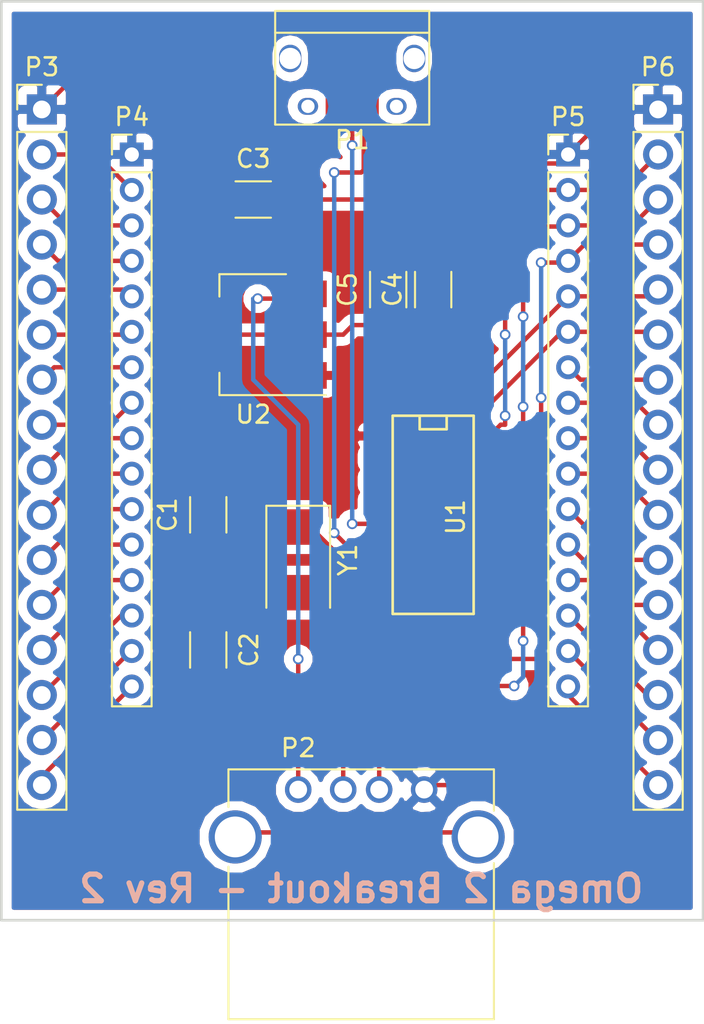
<source format=kicad_pcb>
(kicad_pcb (version 20171130) (host pcbnew "(5.1.12)-1")

  (general
    (thickness 1.6)
    (drawings 5)
    (tracks 201)
    (zones 0)
    (modules 14)
    (nets 46)
  )

  (page A4)
  (layers
    (0 F.Cu signal)
    (31 B.Cu signal)
    (32 B.Adhes user hide)
    (33 F.Adhes user hide)
    (34 B.Paste user hide)
    (35 F.Paste user hide)
    (36 B.SilkS user)
    (37 F.SilkS user)
    (38 B.Mask user hide)
    (39 F.Mask user hide)
    (40 Dwgs.User user hide)
    (41 Cmts.User user hide)
    (42 Eco1.User user hide)
    (43 Eco2.User user hide)
    (44 Edge.Cuts user)
    (45 Margin user hide)
    (46 B.CrtYd user)
    (47 F.CrtYd user)
    (48 B.Fab user hide)
    (49 F.Fab user hide)
  )

  (setup
    (last_trace_width 0.25)
    (trace_clearance 0.2)
    (zone_clearance 0.508)
    (zone_45_only no)
    (trace_min 0.1524)
    (via_size 0.6)
    (via_drill 0.4)
    (via_min_size 0.3302)
    (via_min_drill 0.3)
    (uvia_size 0.3)
    (uvia_drill 0.1)
    (uvias_allowed no)
    (uvia_min_size 0.1778)
    (uvia_min_drill 0.1)
    (edge_width 0.15)
    (segment_width 0.2)
    (pcb_text_width 0.3)
    (pcb_text_size 1.5 1.5)
    (mod_edge_width 0.15)
    (mod_text_size 1 1)
    (mod_text_width 0.15)
    (pad_size 1.524 1.524)
    (pad_drill 0.762)
    (pad_to_mask_clearance 0.2)
    (aux_axis_origin 0 0)
    (grid_origin 86.36 121.92)
    (visible_elements 7FFEFFFF)
    (pcbplotparams
      (layerselection 0x00030_80000001)
      (usegerberextensions true)
      (usegerberattributes true)
      (usegerberadvancedattributes true)
      (creategerberjobfile true)
      (excludeedgelayer true)
      (linewidth 0.100000)
      (plotframeref false)
      (viasonmask false)
      (mode 1)
      (useauxorigin false)
      (hpglpennumber 1)
      (hpglpenspeed 20)
      (hpglpendiameter 15.000000)
      (psnegative false)
      (psa4output false)
      (plotreference true)
      (plotvalue true)
      (plotinvisibletext false)
      (padsonsilk false)
      (subtractmaskfromsilk false)
      (outputformat 1)
      (mirror false)
      (drillshape 0)
      (scaleselection 1)
      (outputdirectory "gerbers/"))
  )

  (net 0 "")
  (net 1 "Net-(C1-Pad1)")
  (net 2 GND)
  (net 3 "Net-(C2-Pad1)")
  (net 4 +5V)
  (net 5 +3V3)
  (net 6 D+)
  (net 7 D-)
  (net 8 D2+)
  (net 9 D2-)
  (net 10 "Net-(P2-Pad5)")
  (net 11 "Net-(P3-Pad2)")
  (net 12 "Net-(P3-Pad3)")
  (net 13 "Net-(P3-Pad4)")
  (net 14 "Net-(P3-Pad5)")
  (net 15 "Net-(P3-Pad6)")
  (net 16 "Net-(P3-Pad7)")
  (net 17 "Net-(P3-Pad8)")
  (net 18 "Net-(P3-Pad9)")
  (net 19 "Net-(P3-Pad10)")
  (net 20 "Net-(P3-Pad11)")
  (net 21 "Net-(P3-Pad12)")
  (net 22 "Net-(P3-Pad13)")
  (net 23 "Net-(P3-Pad14)")
  (net 24 "Net-(P3-Pad15)")
  (net 25 "Net-(P3-Pad16)")
  (net 26 RxD)
  (net 27 TxD)
  (net 28 "Net-(P5-Pad7)")
  (net 29 "Net-(P5-Pad8)")
  (net 30 "Net-(P5-Pad9)")
  (net 31 "Net-(P5-Pad10)")
  (net 32 "Net-(P5-Pad11)")
  (net 33 "Net-(P5-Pad12)")
  (net 34 "Net-(P5-Pad13)")
  (net 35 "Net-(P5-Pad14)")
  (net 36 "Net-(P5-Pad15)")
  (net 37 "Net-(P5-Pad16)")
  (net 38 "Net-(U1-Pad14)")
  (net 39 "Net-(U1-Pad13)")
  (net 40 "Net-(U1-Pad12)")
  (net 41 "Net-(U1-Pad11)")
  (net 42 "Net-(U1-Pad10)")
  (net 43 "Net-(U1-Pad9)")
  (net 44 "Net-(U1-Pad15)")
  (net 45 "Net-(P1-Pad4)")

  (net_class Default "This is the default net class."
    (clearance 0.2)
    (trace_width 0.25)
    (via_dia 0.6)
    (via_drill 0.4)
    (uvia_dia 0.3)
    (uvia_drill 0.1)
    (add_net +3V3)
    (add_net +5V)
    (add_net D+)
    (add_net D-)
    (add_net D2+)
    (add_net D2-)
    (add_net GND)
    (add_net "Net-(C1-Pad1)")
    (add_net "Net-(C2-Pad1)")
    (add_net "Net-(P1-Pad4)")
    (add_net "Net-(P2-Pad5)")
    (add_net "Net-(P3-Pad10)")
    (add_net "Net-(P3-Pad11)")
    (add_net "Net-(P3-Pad12)")
    (add_net "Net-(P3-Pad13)")
    (add_net "Net-(P3-Pad14)")
    (add_net "Net-(P3-Pad15)")
    (add_net "Net-(P3-Pad16)")
    (add_net "Net-(P3-Pad2)")
    (add_net "Net-(P3-Pad3)")
    (add_net "Net-(P3-Pad4)")
    (add_net "Net-(P3-Pad5)")
    (add_net "Net-(P3-Pad6)")
    (add_net "Net-(P3-Pad7)")
    (add_net "Net-(P3-Pad8)")
    (add_net "Net-(P3-Pad9)")
    (add_net "Net-(P5-Pad10)")
    (add_net "Net-(P5-Pad11)")
    (add_net "Net-(P5-Pad12)")
    (add_net "Net-(P5-Pad13)")
    (add_net "Net-(P5-Pad14)")
    (add_net "Net-(P5-Pad15)")
    (add_net "Net-(P5-Pad16)")
    (add_net "Net-(P5-Pad7)")
    (add_net "Net-(P5-Pad8)")
    (add_net "Net-(P5-Pad9)")
    (add_net "Net-(U1-Pad10)")
    (add_net "Net-(U1-Pad11)")
    (add_net "Net-(U1-Pad12)")
    (add_net "Net-(U1-Pad13)")
    (add_net "Net-(U1-Pad14)")
    (add_net "Net-(U1-Pad15)")
    (add_net "Net-(U1-Pad9)")
    (add_net RxD)
    (add_net TxD)
  )

  (module SMD_Packages:SO-16-N (layer F.Cu) (tedit 0) (tstamp 588E2AB1)
    (at 104.14 142.24 270)
    (descr "Module CMS SOJ 16 pins large")
    (tags "CMS SOJ")
    (path /588E1464)
    (attr smd)
    (fp_text reference U1 (at 0.127 -1.27 270) (layer F.SilkS)
      (effects (font (size 1 1) (thickness 0.15)))
    )
    (fp_text value CH340G (at 0 1.27 270) (layer F.Fab)
      (effects (font (size 1 1) (thickness 0.15)))
    )
    (fp_line (start -5.588 -2.286) (end 5.588 -2.286) (layer F.SilkS) (width 0.15))
    (fp_line (start -5.588 2.286) (end -5.588 -2.286) (layer F.SilkS) (width 0.15))
    (fp_line (start 5.588 2.286) (end -5.588 2.286) (layer F.SilkS) (width 0.15))
    (fp_line (start 5.588 -2.286) (end 5.588 2.286) (layer F.SilkS) (width 0.15))
    (fp_line (start -4.826 0.762) (end -5.588 0.762) (layer F.SilkS) (width 0.15))
    (fp_line (start -4.826 -0.762) (end -4.826 0.762) (layer F.SilkS) (width 0.15))
    (fp_line (start -5.588 -0.762) (end -4.826 -0.762) (layer F.SilkS) (width 0.15))
    (pad 16 smd rect (at -4.445 -3.175 270) (size 0.508 1.143) (layers F.Cu F.Paste F.Mask)
      (net 5 +3V3))
    (pad 14 smd rect (at -1.905 -3.175 270) (size 0.508 1.143) (layers F.Cu F.Paste F.Mask)
      (net 38 "Net-(U1-Pad14)"))
    (pad 13 smd rect (at -0.635 -3.175 270) (size 0.508 1.143) (layers F.Cu F.Paste F.Mask)
      (net 39 "Net-(U1-Pad13)"))
    (pad 12 smd rect (at 0.635 -3.175 270) (size 0.508 1.143) (layers F.Cu F.Paste F.Mask)
      (net 40 "Net-(U1-Pad12)"))
    (pad 11 smd rect (at 1.905 -3.175 270) (size 0.508 1.143) (layers F.Cu F.Paste F.Mask)
      (net 41 "Net-(U1-Pad11)"))
    (pad 10 smd rect (at 3.175 -3.175 270) (size 0.508 1.143) (layers F.Cu F.Paste F.Mask)
      (net 42 "Net-(U1-Pad10)"))
    (pad 9 smd rect (at 4.445 -3.175 270) (size 0.508 1.143) (layers F.Cu F.Paste F.Mask)
      (net 43 "Net-(U1-Pad9)"))
    (pad 8 smd rect (at 4.445 3.175 270) (size 0.508 1.143) (layers F.Cu F.Paste F.Mask)
      (net 3 "Net-(C2-Pad1)"))
    (pad 7 smd rect (at 3.175 3.175 270) (size 0.508 1.143) (layers F.Cu F.Paste F.Mask)
      (net 1 "Net-(C1-Pad1)"))
    (pad 6 smd rect (at 1.905 3.175 270) (size 0.508 1.143) (layers F.Cu F.Paste F.Mask)
      (net 7 D-))
    (pad 5 smd rect (at 0.635 3.175 270) (size 0.508 1.143) (layers F.Cu F.Paste F.Mask)
      (net 6 D+))
    (pad 4 smd rect (at -0.635 3.175 270) (size 0.508 1.143) (layers F.Cu F.Paste F.Mask)
      (net 5 +3V3))
    (pad 3 smd rect (at -1.905 3.175 270) (size 0.508 1.143) (layers F.Cu F.Paste F.Mask)
      (net 27 TxD))
    (pad 2 smd rect (at -3.175 3.175 270) (size 0.508 1.143) (layers F.Cu F.Paste F.Mask)
      (net 26 RxD))
    (pad 1 smd rect (at -4.445 3.175 270) (size 0.508 1.143) (layers F.Cu F.Paste F.Mask)
      (net 2 GND))
    (pad 15 smd rect (at -3.175 -3.175 270) (size 0.508 1.143) (layers F.Cu F.Paste F.Mask)
      (net 44 "Net-(U1-Pad15)"))
    (model SMD_Packages.3dshapes/SO-16-N.wrl
      (at (xyz 0 0 0))
      (scale (xyz 0.5 0.4 0.5))
      (rotate (xyz 0 0 0))
    )
  )

  (module Capacitors_SMD:C_1206_HandSoldering (layer F.Cu) (tedit 541A9C03) (tstamp 588E2A21)
    (at 91.44 142.24 90)
    (descr "Capacitor SMD 1206, hand soldering")
    (tags "capacitor 1206")
    (path /588E3610)
    (attr smd)
    (fp_text reference C1 (at 0 -2.3 90) (layer F.SilkS)
      (effects (font (size 1 1) (thickness 0.15)))
    )
    (fp_text value 22pF (at 0 2.3 90) (layer F.Fab)
      (effects (font (size 1 1) (thickness 0.15)))
    )
    (fp_line (start -1 1.025) (end 1 1.025) (layer F.SilkS) (width 0.12))
    (fp_line (start 1 -1.025) (end -1 -1.025) (layer F.SilkS) (width 0.12))
    (fp_line (start 3.3 -1.15) (end 3.3 1.15) (layer F.CrtYd) (width 0.05))
    (fp_line (start -3.3 -1.15) (end -3.3 1.15) (layer F.CrtYd) (width 0.05))
    (fp_line (start -3.3 1.15) (end 3.3 1.15) (layer F.CrtYd) (width 0.05))
    (fp_line (start -3.3 -1.15) (end 3.3 -1.15) (layer F.CrtYd) (width 0.05))
    (fp_line (start -1.6 -0.8) (end 1.6 -0.8) (layer F.Fab) (width 0.1))
    (fp_line (start 1.6 -0.8) (end 1.6 0.8) (layer F.Fab) (width 0.1))
    (fp_line (start 1.6 0.8) (end -1.6 0.8) (layer F.Fab) (width 0.1))
    (fp_line (start -1.6 0.8) (end -1.6 -0.8) (layer F.Fab) (width 0.1))
    (pad 1 smd rect (at -2 0 90) (size 2 1.6) (layers F.Cu F.Paste F.Mask)
      (net 1 "Net-(C1-Pad1)"))
    (pad 2 smd rect (at 2 0 90) (size 2 1.6) (layers F.Cu F.Paste F.Mask)
      (net 2 GND))
    (model Capacitors_SMD.3dshapes/C_1206_HandSoldering.wrl
      (at (xyz 0 0 0))
      (scale (xyz 1 1 1))
      (rotate (xyz 0 0 0))
    )
  )

  (module Capacitors_SMD:C_1206_HandSoldering (layer F.Cu) (tedit 541A9C03) (tstamp 588E2A27)
    (at 91.44 149.86 270)
    (descr "Capacitor SMD 1206, hand soldering")
    (tags "capacitor 1206")
    (path /588E364F)
    (attr smd)
    (fp_text reference C2 (at 0 -2.3 270) (layer F.SilkS)
      (effects (font (size 1 1) (thickness 0.15)))
    )
    (fp_text value 22pF (at 0 2.3 270) (layer F.Fab)
      (effects (font (size 1 1) (thickness 0.15)))
    )
    (fp_line (start -1 1.025) (end 1 1.025) (layer F.SilkS) (width 0.12))
    (fp_line (start 1 -1.025) (end -1 -1.025) (layer F.SilkS) (width 0.12))
    (fp_line (start 3.3 -1.15) (end 3.3 1.15) (layer F.CrtYd) (width 0.05))
    (fp_line (start -3.3 -1.15) (end -3.3 1.15) (layer F.CrtYd) (width 0.05))
    (fp_line (start -3.3 1.15) (end 3.3 1.15) (layer F.CrtYd) (width 0.05))
    (fp_line (start -3.3 -1.15) (end 3.3 -1.15) (layer F.CrtYd) (width 0.05))
    (fp_line (start -1.6 -0.8) (end 1.6 -0.8) (layer F.Fab) (width 0.1))
    (fp_line (start 1.6 -0.8) (end 1.6 0.8) (layer F.Fab) (width 0.1))
    (fp_line (start 1.6 0.8) (end -1.6 0.8) (layer F.Fab) (width 0.1))
    (fp_line (start -1.6 0.8) (end -1.6 -0.8) (layer F.Fab) (width 0.1))
    (pad 1 smd rect (at -2 0 270) (size 2 1.6) (layers F.Cu F.Paste F.Mask)
      (net 3 "Net-(C2-Pad1)"))
    (pad 2 smd rect (at 2 0 270) (size 2 1.6) (layers F.Cu F.Paste F.Mask)
      (net 2 GND))
    (model Capacitors_SMD.3dshapes/C_1206_HandSoldering.wrl
      (at (xyz 0 0 0))
      (scale (xyz 1 1 1))
      (rotate (xyz 0 0 0))
    )
  )

  (module Capacitors_SMD:C_1206_HandSoldering (layer F.Cu) (tedit 541A9C03) (tstamp 588E2A2D)
    (at 93.98 124.46)
    (descr "Capacitor SMD 1206, hand soldering")
    (tags "capacitor 1206")
    (path /588E1D72)
    (attr smd)
    (fp_text reference C3 (at 0 -2.3) (layer F.SilkS)
      (effects (font (size 1 1) (thickness 0.15)))
    )
    (fp_text value 100uF (at 0 2.3) (layer F.Fab)
      (effects (font (size 1 1) (thickness 0.15)))
    )
    (fp_line (start -1 1.025) (end 1 1.025) (layer F.SilkS) (width 0.12))
    (fp_line (start 1 -1.025) (end -1 -1.025) (layer F.SilkS) (width 0.12))
    (fp_line (start 3.3 -1.15) (end 3.3 1.15) (layer F.CrtYd) (width 0.05))
    (fp_line (start -3.3 -1.15) (end -3.3 1.15) (layer F.CrtYd) (width 0.05))
    (fp_line (start -3.3 1.15) (end 3.3 1.15) (layer F.CrtYd) (width 0.05))
    (fp_line (start -3.3 -1.15) (end 3.3 -1.15) (layer F.CrtYd) (width 0.05))
    (fp_line (start -1.6 -0.8) (end 1.6 -0.8) (layer F.Fab) (width 0.1))
    (fp_line (start 1.6 -0.8) (end 1.6 0.8) (layer F.Fab) (width 0.1))
    (fp_line (start 1.6 0.8) (end -1.6 0.8) (layer F.Fab) (width 0.1))
    (fp_line (start -1.6 0.8) (end -1.6 -0.8) (layer F.Fab) (width 0.1))
    (pad 1 smd rect (at -2 0) (size 2 1.6) (layers F.Cu F.Paste F.Mask)
      (net 2 GND))
    (pad 2 smd rect (at 2 0) (size 2 1.6) (layers F.Cu F.Paste F.Mask)
      (net 4 +5V))
    (model Capacitors_SMD.3dshapes/C_1206_HandSoldering.wrl
      (at (xyz 0 0 0))
      (scale (xyz 1 1 1))
      (rotate (xyz 0 0 0))
    )
  )

  (module Capacitors_SMD:C_1206_HandSoldering (layer F.Cu) (tedit 541A9C03) (tstamp 588E2A33)
    (at 104.14 129.54 90)
    (descr "Capacitor SMD 1206, hand soldering")
    (tags "capacitor 1206")
    (path /588F1256)
    (attr smd)
    (fp_text reference C4 (at 0 -2.3 90) (layer F.SilkS)
      (effects (font (size 1 1) (thickness 0.15)))
    )
    (fp_text value 10uF (at 0 2.3 90) (layer F.Fab)
      (effects (font (size 1 1) (thickness 0.15)))
    )
    (fp_line (start -1 1.025) (end 1 1.025) (layer F.SilkS) (width 0.12))
    (fp_line (start 1 -1.025) (end -1 -1.025) (layer F.SilkS) (width 0.12))
    (fp_line (start 3.3 -1.15) (end 3.3 1.15) (layer F.CrtYd) (width 0.05))
    (fp_line (start -3.3 -1.15) (end -3.3 1.15) (layer F.CrtYd) (width 0.05))
    (fp_line (start -3.3 1.15) (end 3.3 1.15) (layer F.CrtYd) (width 0.05))
    (fp_line (start -3.3 -1.15) (end 3.3 -1.15) (layer F.CrtYd) (width 0.05))
    (fp_line (start -1.6 -0.8) (end 1.6 -0.8) (layer F.Fab) (width 0.1))
    (fp_line (start 1.6 -0.8) (end 1.6 0.8) (layer F.Fab) (width 0.1))
    (fp_line (start 1.6 0.8) (end -1.6 0.8) (layer F.Fab) (width 0.1))
    (fp_line (start -1.6 0.8) (end -1.6 -0.8) (layer F.Fab) (width 0.1))
    (pad 1 smd rect (at -2 0 90) (size 2 1.6) (layers F.Cu F.Paste F.Mask)
      (net 5 +3V3))
    (pad 2 smd rect (at 2 0 90) (size 2 1.6) (layers F.Cu F.Paste F.Mask)
      (net 2 GND))
    (model Capacitors_SMD.3dshapes/C_1206_HandSoldering.wrl
      (at (xyz 0 0 0))
      (scale (xyz 1 1 1))
      (rotate (xyz 0 0 0))
    )
  )

  (module Capacitors_SMD:C_1206_HandSoldering (layer F.Cu) (tedit 541A9C03) (tstamp 588E2A39)
    (at 101.6 129.54 90)
    (descr "Capacitor SMD 1206, hand soldering")
    (tags "capacitor 1206")
    (path /588F1295)
    (attr smd)
    (fp_text reference C5 (at 0 -2.3 90) (layer F.SilkS)
      (effects (font (size 1 1) (thickness 0.15)))
    )
    (fp_text value 0.1uF (at 0 2.3 90) (layer F.Fab)
      (effects (font (size 1 1) (thickness 0.15)))
    )
    (fp_line (start -1 1.025) (end 1 1.025) (layer F.SilkS) (width 0.12))
    (fp_line (start 1 -1.025) (end -1 -1.025) (layer F.SilkS) (width 0.12))
    (fp_line (start 3.3 -1.15) (end 3.3 1.15) (layer F.CrtYd) (width 0.05))
    (fp_line (start -3.3 -1.15) (end -3.3 1.15) (layer F.CrtYd) (width 0.05))
    (fp_line (start -3.3 1.15) (end 3.3 1.15) (layer F.CrtYd) (width 0.05))
    (fp_line (start -3.3 -1.15) (end 3.3 -1.15) (layer F.CrtYd) (width 0.05))
    (fp_line (start -1.6 -0.8) (end 1.6 -0.8) (layer F.Fab) (width 0.1))
    (fp_line (start 1.6 -0.8) (end 1.6 0.8) (layer F.Fab) (width 0.1))
    (fp_line (start 1.6 0.8) (end -1.6 0.8) (layer F.Fab) (width 0.1))
    (fp_line (start -1.6 0.8) (end -1.6 -0.8) (layer F.Fab) (width 0.1))
    (pad 1 smd rect (at -2 0 90) (size 2 1.6) (layers F.Cu F.Paste F.Mask)
      (net 5 +3V3))
    (pad 2 smd rect (at 2 0 90) (size 2 1.6) (layers F.Cu F.Paste F.Mask)
      (net 2 GND))
    (model Capacitors_SMD.3dshapes/C_1206_HandSoldering.wrl
      (at (xyz 0 0 0))
      (scale (xyz 1 1 1))
      (rotate (xyz 0 0 0))
    )
  )

  (module Connect:USB_A (layer F.Cu) (tedit 5543E289) (tstamp 588E2A4D)
    (at 96.52 157.734)
    (descr "USB A connector")
    (tags "USB USB_A")
    (path /588E1FDE)
    (fp_text reference P2 (at 0 -2.35) (layer F.SilkS)
      (effects (font (size 1 1) (thickness 0.15)))
    )
    (fp_text value USB_B (at 3.84 7.44) (layer F.Fab)
      (effects (font (size 1 1) (thickness 0.15)))
    )
    (fp_line (start -3.94 4.35) (end -3.94 12.95) (layer F.SilkS) (width 0.12))
    (fp_line (start 11.05 4.15) (end 11.05 12.95) (layer F.SilkS) (width 0.12))
    (fp_line (start 11.05 12.95) (end -3.94 12.95) (layer F.SilkS) (width 0.12))
    (fp_line (start 11.05 -1.14) (end -3.94 -1.14) (layer F.SilkS) (width 0.12))
    (fp_line (start -3.94 -1.14) (end -3.94 0.98) (layer F.SilkS) (width 0.12))
    (fp_line (start 11.05 -1.14) (end 11.05 1.19) (layer F.SilkS) (width 0.12))
    (fp_line (start -5.3 -1.4) (end 11.95 -1.4) (layer F.CrtYd) (width 0.05))
    (fp_line (start -5.3 13.2) (end 11.95 13.2) (layer F.CrtYd) (width 0.05))
    (fp_line (start 11.95 -1.4) (end 11.95 13.2) (layer F.CrtYd) (width 0.05))
    (fp_line (start -5.3 13.2) (end -5.3 -1.4) (layer F.CrtYd) (width 0.05))
    (pad 4 thru_hole circle (at 7.11 0 270) (size 1.5 1.5) (drill 1) (layers *.Cu *.Mask)
      (net 2 GND))
    (pad 3 thru_hole circle (at 4.57 0 270) (size 1.5 1.5) (drill 1) (layers *.Cu *.Mask)
      (net 8 D2+))
    (pad 2 thru_hole circle (at 2.54 0 270) (size 1.5 1.5) (drill 1) (layers *.Cu *.Mask)
      (net 9 D2-))
    (pad 1 thru_hole circle (at 0 0 270) (size 1.5 1.5) (drill 1) (layers *.Cu *.Mask)
      (net 4 +5V))
    (pad 5 thru_hole circle (at 10.16 2.67 270) (size 3 3) (drill 2.3) (layers *.Cu *.Mask)
      (net 10 "Net-(P2-Pad5)"))
    (pad 5 thru_hole circle (at -3.56 2.67 270) (size 3 3) (drill 2.3) (layers *.Cu *.Mask)
      (net 10 "Net-(P2-Pad5)"))
    (model Connectors.3dshapes/USB_A.wrl
      (offset (xyz 3.555999946594238 0 0))
      (scale (xyz 1 1 1))
      (rotate (xyz 0 0 90))
    )
  )

  (module Pin_Headers:Pin_Header_Straight_1x16_Pitch2.54mm (layer F.Cu) (tedit 5862ED52) (tstamp 588E2A61)
    (at 82.042 119.38)
    (descr "Through hole straight pin header, 1x16, 2.54mm pitch, single row")
    (tags "Through hole pin header THT 1x16 2.54mm single row")
    (path /588E5695)
    (fp_text reference P3 (at 0 -2.39) (layer F.SilkS)
      (effects (font (size 1 1) (thickness 0.15)))
    )
    (fp_text value CONN_01X16 (at 0 40.49) (layer F.Fab)
      (effects (font (size 1 1) (thickness 0.15)))
    )
    (fp_line (start 1.6 -1.6) (end -1.6 -1.6) (layer F.CrtYd) (width 0.05))
    (fp_line (start 1.6 39.7) (end 1.6 -1.6) (layer F.CrtYd) (width 0.05))
    (fp_line (start -1.6 39.7) (end 1.6 39.7) (layer F.CrtYd) (width 0.05))
    (fp_line (start -1.6 -1.6) (end -1.6 39.7) (layer F.CrtYd) (width 0.05))
    (fp_line (start -1.39 -1.39) (end 0 -1.39) (layer F.SilkS) (width 0.12))
    (fp_line (start -1.39 0) (end -1.39 -1.39) (layer F.SilkS) (width 0.12))
    (fp_line (start 1.39 1.27) (end -1.39 1.27) (layer F.SilkS) (width 0.12))
    (fp_line (start 1.39 39.49) (end 1.39 1.27) (layer F.SilkS) (width 0.12))
    (fp_line (start -1.39 39.49) (end 1.39 39.49) (layer F.SilkS) (width 0.12))
    (fp_line (start -1.39 1.27) (end -1.39 39.49) (layer F.SilkS) (width 0.12))
    (fp_line (start 1.27 -1.27) (end -1.27 -1.27) (layer F.Fab) (width 0.1))
    (fp_line (start 1.27 39.37) (end 1.27 -1.27) (layer F.Fab) (width 0.1))
    (fp_line (start -1.27 39.37) (end 1.27 39.37) (layer F.Fab) (width 0.1))
    (fp_line (start -1.27 -1.27) (end -1.27 39.37) (layer F.Fab) (width 0.1))
    (pad 1 thru_hole rect (at 0 0) (size 1.7 1.7) (drill 1) (layers *.Cu *.Mask)
      (net 2 GND))
    (pad 2 thru_hole oval (at 0 2.54) (size 1.7 1.7) (drill 1) (layers *.Cu *.Mask)
      (net 11 "Net-(P3-Pad2)"))
    (pad 3 thru_hole oval (at 0 5.08) (size 1.7 1.7) (drill 1) (layers *.Cu *.Mask)
      (net 12 "Net-(P3-Pad3)"))
    (pad 4 thru_hole oval (at 0 7.62) (size 1.7 1.7) (drill 1) (layers *.Cu *.Mask)
      (net 13 "Net-(P3-Pad4)"))
    (pad 5 thru_hole oval (at 0 10.16) (size 1.7 1.7) (drill 1) (layers *.Cu *.Mask)
      (net 14 "Net-(P3-Pad5)"))
    (pad 6 thru_hole oval (at 0 12.7) (size 1.7 1.7) (drill 1) (layers *.Cu *.Mask)
      (net 15 "Net-(P3-Pad6)"))
    (pad 7 thru_hole oval (at 0 15.24) (size 1.7 1.7) (drill 1) (layers *.Cu *.Mask)
      (net 16 "Net-(P3-Pad7)"))
    (pad 8 thru_hole oval (at 0 17.78) (size 1.7 1.7) (drill 1) (layers *.Cu *.Mask)
      (net 17 "Net-(P3-Pad8)"))
    (pad 9 thru_hole oval (at 0 20.32) (size 1.7 1.7) (drill 1) (layers *.Cu *.Mask)
      (net 18 "Net-(P3-Pad9)"))
    (pad 10 thru_hole oval (at 0 22.86) (size 1.7 1.7) (drill 1) (layers *.Cu *.Mask)
      (net 19 "Net-(P3-Pad10)"))
    (pad 11 thru_hole oval (at 0 25.4) (size 1.7 1.7) (drill 1) (layers *.Cu *.Mask)
      (net 20 "Net-(P3-Pad11)"))
    (pad 12 thru_hole oval (at 0 27.94) (size 1.7 1.7) (drill 1) (layers *.Cu *.Mask)
      (net 21 "Net-(P3-Pad12)"))
    (pad 13 thru_hole oval (at 0 30.48) (size 1.7 1.7) (drill 1) (layers *.Cu *.Mask)
      (net 22 "Net-(P3-Pad13)"))
    (pad 14 thru_hole oval (at 0 33.02) (size 1.7 1.7) (drill 1) (layers *.Cu *.Mask)
      (net 23 "Net-(P3-Pad14)"))
    (pad 15 thru_hole oval (at 0 35.56) (size 1.7 1.7) (drill 1) (layers *.Cu *.Mask)
      (net 24 "Net-(P3-Pad15)"))
    (pad 16 thru_hole oval (at 0 38.1) (size 1.7 1.7) (drill 1) (layers *.Cu *.Mask)
      (net 25 "Net-(P3-Pad16)"))
    (model Pin_Headers.3dshapes/Pin_Header_Straight_1x16_Pitch2.54mm.wrl
      (offset (xyz 0 -19.04999971389771 0))
      (scale (xyz 1 1 1))
      (rotate (xyz 0 0 90))
    )
  )

  (module Pin_Headers:Pin_Header_Straight_1x16_Pitch2.00mm (layer F.Cu) (tedit 5862ED56) (tstamp 588E2A75)
    (at 87.122 121.92)
    (descr "Through hole straight pin header, 1x16, 2.00mm pitch, single row")
    (tags "Through hole pin header THT 1x16 2.00mm single row")
    (path /588E14EF)
    (fp_text reference P4 (at 0 -2.12) (layer F.SilkS)
      (effects (font (size 1 1) (thickness 0.15)))
    )
    (fp_text value CONN_01X16 (at 0 32.12) (layer F.Fab)
      (effects (font (size 1 1) (thickness 0.15)))
    )
    (fp_line (start 1.3 -1.3) (end -1.3 -1.3) (layer F.CrtYd) (width 0.05))
    (fp_line (start 1.3 31.3) (end 1.3 -1.3) (layer F.CrtYd) (width 0.05))
    (fp_line (start -1.3 31.3) (end 1.3 31.3) (layer F.CrtYd) (width 0.05))
    (fp_line (start -1.3 -1.3) (end -1.3 31.3) (layer F.CrtYd) (width 0.05))
    (fp_line (start -1.12 -1.12) (end 0 -1.12) (layer F.SilkS) (width 0.12))
    (fp_line (start -1.12 0) (end -1.12 -1.12) (layer F.SilkS) (width 0.12))
    (fp_line (start 1.12 1) (end -1.12 1) (layer F.SilkS) (width 0.12))
    (fp_line (start 1.12 31.12) (end 1.12 1) (layer F.SilkS) (width 0.12))
    (fp_line (start -1.12 31.12) (end 1.12 31.12) (layer F.SilkS) (width 0.12))
    (fp_line (start -1.12 1) (end -1.12 31.12) (layer F.SilkS) (width 0.12))
    (fp_line (start 1 -1) (end -1 -1) (layer F.Fab) (width 0.1))
    (fp_line (start 1 31) (end 1 -1) (layer F.Fab) (width 0.1))
    (fp_line (start -1 31) (end 1 31) (layer F.Fab) (width 0.1))
    (fp_line (start -1 -1) (end -1 31) (layer F.Fab) (width 0.1))
    (pad 1 thru_hole rect (at 0 0) (size 1.35 1.35) (drill 0.8) (layers *.Cu *.Mask)
      (net 2 GND))
    (pad 2 thru_hole oval (at 0 2) (size 1.35 1.35) (drill 0.8) (layers *.Cu *.Mask)
      (net 11 "Net-(P3-Pad2)"))
    (pad 3 thru_hole oval (at 0 4) (size 1.35 1.35) (drill 0.8) (layers *.Cu *.Mask)
      (net 12 "Net-(P3-Pad3)"))
    (pad 4 thru_hole oval (at 0 6) (size 1.35 1.35) (drill 0.8) (layers *.Cu *.Mask)
      (net 13 "Net-(P3-Pad4)"))
    (pad 5 thru_hole oval (at 0 8) (size 1.35 1.35) (drill 0.8) (layers *.Cu *.Mask)
      (net 14 "Net-(P3-Pad5)"))
    (pad 6 thru_hole oval (at 0 10) (size 1.35 1.35) (drill 0.8) (layers *.Cu *.Mask)
      (net 15 "Net-(P3-Pad6)"))
    (pad 7 thru_hole oval (at 0 12) (size 1.35 1.35) (drill 0.8) (layers *.Cu *.Mask)
      (net 16 "Net-(P3-Pad7)"))
    (pad 8 thru_hole oval (at 0 14) (size 1.35 1.35) (drill 0.8) (layers *.Cu *.Mask)
      (net 17 "Net-(P3-Pad8)"))
    (pad 9 thru_hole oval (at 0 16) (size 1.35 1.35) (drill 0.8) (layers *.Cu *.Mask)
      (net 18 "Net-(P3-Pad9)"))
    (pad 10 thru_hole oval (at 0 18) (size 1.35 1.35) (drill 0.8) (layers *.Cu *.Mask)
      (net 19 "Net-(P3-Pad10)"))
    (pad 11 thru_hole oval (at 0 20) (size 1.35 1.35) (drill 0.8) (layers *.Cu *.Mask)
      (net 20 "Net-(P3-Pad11)"))
    (pad 12 thru_hole oval (at 0 22) (size 1.35 1.35) (drill 0.8) (layers *.Cu *.Mask)
      (net 21 "Net-(P3-Pad12)"))
    (pad 13 thru_hole oval (at 0 24) (size 1.35 1.35) (drill 0.8) (layers *.Cu *.Mask)
      (net 22 "Net-(P3-Pad13)"))
    (pad 14 thru_hole oval (at 0 26) (size 1.35 1.35) (drill 0.8) (layers *.Cu *.Mask)
      (net 23 "Net-(P3-Pad14)"))
    (pad 15 thru_hole oval (at 0 28) (size 1.35 1.35) (drill 0.8) (layers *.Cu *.Mask)
      (net 24 "Net-(P3-Pad15)"))
    (pad 16 thru_hole oval (at 0 30) (size 1.35 1.35) (drill 0.8) (layers *.Cu *.Mask)
      (net 25 "Net-(P3-Pad16)"))
    (model Pin_Headers.3dshapes/Pin_Header_Straight_1x16_Pitch2.00mm.wrl
      (at (xyz 0 0 0))
      (scale (xyz 1 1 1))
      (rotate (xyz 0 0 0))
    )
  )

  (module Pin_Headers:Pin_Header_Straight_1x16_Pitch2.00mm (layer F.Cu) (tedit 5862ED56) (tstamp 588E2A89)
    (at 111.76 121.92)
    (descr "Through hole straight pin header, 1x16, 2.00mm pitch, single row")
    (tags "Through hole pin header THT 1x16 2.00mm single row")
    (path /588E166E)
    (fp_text reference P5 (at 0 -2.12) (layer F.SilkS)
      (effects (font (size 1 1) (thickness 0.15)))
    )
    (fp_text value CONN_01X16 (at 0 32.12) (layer F.Fab)
      (effects (font (size 1 1) (thickness 0.15)))
    )
    (fp_line (start 1.3 -1.3) (end -1.3 -1.3) (layer F.CrtYd) (width 0.05))
    (fp_line (start 1.3 31.3) (end 1.3 -1.3) (layer F.CrtYd) (width 0.05))
    (fp_line (start -1.3 31.3) (end 1.3 31.3) (layer F.CrtYd) (width 0.05))
    (fp_line (start -1.3 -1.3) (end -1.3 31.3) (layer F.CrtYd) (width 0.05))
    (fp_line (start -1.12 -1.12) (end 0 -1.12) (layer F.SilkS) (width 0.12))
    (fp_line (start -1.12 0) (end -1.12 -1.12) (layer F.SilkS) (width 0.12))
    (fp_line (start 1.12 1) (end -1.12 1) (layer F.SilkS) (width 0.12))
    (fp_line (start 1.12 31.12) (end 1.12 1) (layer F.SilkS) (width 0.12))
    (fp_line (start -1.12 31.12) (end 1.12 31.12) (layer F.SilkS) (width 0.12))
    (fp_line (start -1.12 1) (end -1.12 31.12) (layer F.SilkS) (width 0.12))
    (fp_line (start 1 -1) (end -1 -1) (layer F.Fab) (width 0.1))
    (fp_line (start 1 31) (end 1 -1) (layer F.Fab) (width 0.1))
    (fp_line (start -1 31) (end 1 31) (layer F.Fab) (width 0.1))
    (fp_line (start -1 -1) (end -1 31) (layer F.Fab) (width 0.1))
    (pad 1 thru_hole rect (at 0 0) (size 1.35 1.35) (drill 0.8) (layers *.Cu *.Mask)
      (net 2 GND))
    (pad 2 thru_hole oval (at 0 2) (size 1.35 1.35) (drill 0.8) (layers *.Cu *.Mask)
      (net 5 +3V3))
    (pad 3 thru_hole oval (at 0 4) (size 1.35 1.35) (drill 0.8) (layers *.Cu *.Mask)
      (net 8 D2+))
    (pad 4 thru_hole oval (at 0 6) (size 1.35 1.35) (drill 0.8) (layers *.Cu *.Mask)
      (net 9 D2-))
    (pad 5 thru_hole oval (at 0 8) (size 1.35 1.35) (drill 0.8) (layers *.Cu *.Mask)
      (net 26 RxD))
    (pad 6 thru_hole oval (at 0 10) (size 1.35 1.35) (drill 0.8) (layers *.Cu *.Mask)
      (net 27 TxD))
    (pad 7 thru_hole oval (at 0 12) (size 1.35 1.35) (drill 0.8) (layers *.Cu *.Mask)
      (net 28 "Net-(P5-Pad7)"))
    (pad 8 thru_hole oval (at 0 14) (size 1.35 1.35) (drill 0.8) (layers *.Cu *.Mask)
      (net 29 "Net-(P5-Pad8)"))
    (pad 9 thru_hole oval (at 0 16) (size 1.35 1.35) (drill 0.8) (layers *.Cu *.Mask)
      (net 30 "Net-(P5-Pad9)"))
    (pad 10 thru_hole oval (at 0 18) (size 1.35 1.35) (drill 0.8) (layers *.Cu *.Mask)
      (net 31 "Net-(P5-Pad10)"))
    (pad 11 thru_hole oval (at 0 20) (size 1.35 1.35) (drill 0.8) (layers *.Cu *.Mask)
      (net 32 "Net-(P5-Pad11)"))
    (pad 12 thru_hole oval (at 0 22) (size 1.35 1.35) (drill 0.8) (layers *.Cu *.Mask)
      (net 33 "Net-(P5-Pad12)"))
    (pad 13 thru_hole oval (at 0 24) (size 1.35 1.35) (drill 0.8) (layers *.Cu *.Mask)
      (net 34 "Net-(P5-Pad13)"))
    (pad 14 thru_hole oval (at 0 26) (size 1.35 1.35) (drill 0.8) (layers *.Cu *.Mask)
      (net 35 "Net-(P5-Pad14)"))
    (pad 15 thru_hole oval (at 0 28) (size 1.35 1.35) (drill 0.8) (layers *.Cu *.Mask)
      (net 36 "Net-(P5-Pad15)"))
    (pad 16 thru_hole oval (at 0 30) (size 1.35 1.35) (drill 0.8) (layers *.Cu *.Mask)
      (net 37 "Net-(P5-Pad16)"))
    (model Pin_Headers.3dshapes/Pin_Header_Straight_1x16_Pitch2.00mm.wrl
      (at (xyz 0 0 0))
      (scale (xyz 1 1 1))
      (rotate (xyz 0 0 0))
    )
  )

  (module Pin_Headers:Pin_Header_Straight_1x16_Pitch2.54mm (layer F.Cu) (tedit 5862ED52) (tstamp 588E2A9D)
    (at 116.84 119.38)
    (descr "Through hole straight pin header, 1x16, 2.54mm pitch, single row")
    (tags "Through hole pin header THT 1x16 2.54mm single row")
    (path /588E573F)
    (fp_text reference P6 (at 0 -2.39) (layer F.SilkS)
      (effects (font (size 1 1) (thickness 0.15)))
    )
    (fp_text value CONN_01X16 (at 0 40.49) (layer F.Fab)
      (effects (font (size 1 1) (thickness 0.15)))
    )
    (fp_line (start 1.6 -1.6) (end -1.6 -1.6) (layer F.CrtYd) (width 0.05))
    (fp_line (start 1.6 39.7) (end 1.6 -1.6) (layer F.CrtYd) (width 0.05))
    (fp_line (start -1.6 39.7) (end 1.6 39.7) (layer F.CrtYd) (width 0.05))
    (fp_line (start -1.6 -1.6) (end -1.6 39.7) (layer F.CrtYd) (width 0.05))
    (fp_line (start -1.39 -1.39) (end 0 -1.39) (layer F.SilkS) (width 0.12))
    (fp_line (start -1.39 0) (end -1.39 -1.39) (layer F.SilkS) (width 0.12))
    (fp_line (start 1.39 1.27) (end -1.39 1.27) (layer F.SilkS) (width 0.12))
    (fp_line (start 1.39 39.49) (end 1.39 1.27) (layer F.SilkS) (width 0.12))
    (fp_line (start -1.39 39.49) (end 1.39 39.49) (layer F.SilkS) (width 0.12))
    (fp_line (start -1.39 1.27) (end -1.39 39.49) (layer F.SilkS) (width 0.12))
    (fp_line (start 1.27 -1.27) (end -1.27 -1.27) (layer F.Fab) (width 0.1))
    (fp_line (start 1.27 39.37) (end 1.27 -1.27) (layer F.Fab) (width 0.1))
    (fp_line (start -1.27 39.37) (end 1.27 39.37) (layer F.Fab) (width 0.1))
    (fp_line (start -1.27 -1.27) (end -1.27 39.37) (layer F.Fab) (width 0.1))
    (pad 1 thru_hole rect (at 0 0) (size 1.7 1.7) (drill 1) (layers *.Cu *.Mask)
      (net 2 GND))
    (pad 2 thru_hole oval (at 0 2.54) (size 1.7 1.7) (drill 1) (layers *.Cu *.Mask)
      (net 5 +3V3))
    (pad 3 thru_hole oval (at 0 5.08) (size 1.7 1.7) (drill 1) (layers *.Cu *.Mask)
      (net 8 D2+))
    (pad 4 thru_hole oval (at 0 7.62) (size 1.7 1.7) (drill 1) (layers *.Cu *.Mask)
      (net 9 D2-))
    (pad 5 thru_hole oval (at 0 10.16) (size 1.7 1.7) (drill 1) (layers *.Cu *.Mask)
      (net 26 RxD))
    (pad 6 thru_hole oval (at 0 12.7) (size 1.7 1.7) (drill 1) (layers *.Cu *.Mask)
      (net 27 TxD))
    (pad 7 thru_hole oval (at 0 15.24) (size 1.7 1.7) (drill 1) (layers *.Cu *.Mask)
      (net 28 "Net-(P5-Pad7)"))
    (pad 8 thru_hole oval (at 0 17.78) (size 1.7 1.7) (drill 1) (layers *.Cu *.Mask)
      (net 29 "Net-(P5-Pad8)"))
    (pad 9 thru_hole oval (at 0 20.32) (size 1.7 1.7) (drill 1) (layers *.Cu *.Mask)
      (net 30 "Net-(P5-Pad9)"))
    (pad 10 thru_hole oval (at 0 22.86) (size 1.7 1.7) (drill 1) (layers *.Cu *.Mask)
      (net 31 "Net-(P5-Pad10)"))
    (pad 11 thru_hole oval (at 0 25.4) (size 1.7 1.7) (drill 1) (layers *.Cu *.Mask)
      (net 32 "Net-(P5-Pad11)"))
    (pad 12 thru_hole oval (at 0 27.94) (size 1.7 1.7) (drill 1) (layers *.Cu *.Mask)
      (net 33 "Net-(P5-Pad12)"))
    (pad 13 thru_hole oval (at 0 30.48) (size 1.7 1.7) (drill 1) (layers *.Cu *.Mask)
      (net 34 "Net-(P5-Pad13)"))
    (pad 14 thru_hole oval (at 0 33.02) (size 1.7 1.7) (drill 1) (layers *.Cu *.Mask)
      (net 35 "Net-(P5-Pad14)"))
    (pad 15 thru_hole oval (at 0 35.56) (size 1.7 1.7) (drill 1) (layers *.Cu *.Mask)
      (net 36 "Net-(P5-Pad15)"))
    (pad 16 thru_hole oval (at 0 38.1) (size 1.7 1.7) (drill 1) (layers *.Cu *.Mask)
      (net 37 "Net-(P5-Pad16)"))
    (model Pin_Headers.3dshapes/Pin_Header_Straight_1x16_Pitch2.54mm.wrl
      (offset (xyz 0 -19.04999971389771 0))
      (scale (xyz 1 1 1))
      (rotate (xyz 0 0 90))
    )
  )

  (module Crystals:Crystal_SMD_5032-2pin_5.0x3.2mm (layer F.Cu) (tedit 5873B462) (tstamp 588E2ABF)
    (at 96.52 144.78 270)
    (descr "SMD Crystal SERIES SMD2520/2 http://www.icbase.com/File/PDF/HKC/HKC00061008.pdf, 5.0x3.2mm^2 package")
    (tags "SMD SMT crystal")
    (path /588E3573)
    (attr smd)
    (fp_text reference Y1 (at 0 -2.8 270) (layer F.SilkS)
      (effects (font (size 1 1) (thickness 0.15)))
    )
    (fp_text value 12MHz (at 0 2.8 270) (layer F.Fab)
      (effects (font (size 1 1) (thickness 0.15)))
    )
    (fp_line (start 3.1 -1.9) (end -3.1 -1.9) (layer F.CrtYd) (width 0.05))
    (fp_line (start 3.1 1.9) (end 3.1 -1.9) (layer F.CrtYd) (width 0.05))
    (fp_line (start -3.1 1.9) (end 3.1 1.9) (layer F.CrtYd) (width 0.05))
    (fp_line (start -3.1 -1.9) (end -3.1 1.9) (layer F.CrtYd) (width 0.05))
    (fp_line (start -3.05 1.8) (end 2.7 1.8) (layer F.SilkS) (width 0.12))
    (fp_line (start -3.05 -1.8) (end -3.05 1.8) (layer F.SilkS) (width 0.12))
    (fp_line (start 2.7 -1.8) (end -3.05 -1.8) (layer F.SilkS) (width 0.12))
    (fp_line (start -2.5 0.6) (end -1.5 1.6) (layer F.Fab) (width 0.1))
    (fp_line (start -2.5 -1.4) (end -2.3 -1.6) (layer F.Fab) (width 0.1))
    (fp_line (start -2.5 1.4) (end -2.5 -1.4) (layer F.Fab) (width 0.1))
    (fp_line (start -2.3 1.6) (end -2.5 1.4) (layer F.Fab) (width 0.1))
    (fp_line (start 2.3 1.6) (end -2.3 1.6) (layer F.Fab) (width 0.1))
    (fp_line (start 2.5 1.4) (end 2.3 1.6) (layer F.Fab) (width 0.1))
    (fp_line (start 2.5 -1.4) (end 2.5 1.4) (layer F.Fab) (width 0.1))
    (fp_line (start 2.3 -1.6) (end 2.5 -1.4) (layer F.Fab) (width 0.1))
    (fp_line (start -2.3 -1.6) (end 2.3 -1.6) (layer F.Fab) (width 0.1))
    (fp_circle (center 0 0) (end 0.093333 0) (layer F.Adhes) (width 0.186667))
    (fp_circle (center 0 0) (end 0.213333 0) (layer F.Adhes) (width 0.133333))
    (fp_circle (center 0 0) (end 0.333333 0) (layer F.Adhes) (width 0.133333))
    (fp_circle (center 0 0) (end 0.4 0) (layer F.Adhes) (width 0.1))
    (pad 1 smd rect (at -1.85 0 270) (size 2 2.4) (layers F.Cu F.Mask)
      (net 1 "Net-(C1-Pad1)"))
    (pad 2 smd rect (at 1.85 0 270) (size 2 2.4) (layers F.Cu F.Mask)
      (net 3 "Net-(C2-Pad1)"))
    (model Crystals.3dshapes/Crystal_SMD_5032-2pin_5.0x3.2mm.wrl
      (at (xyz 0 0 0))
      (scale (xyz 0.393701 0.393701 0.393701))
      (rotate (xyz 0 0 0))
    )
  )

  (module TO_SOT_Packages_SMD:SOT-223 (layer F.Cu) (tedit 583F3B4E) (tstamp 588E2AB9)
    (at 93.98 132.08 180)
    (descr "module CMS SOT223 4 pins")
    (tags "CMS SOT")
    (path /588E24F1)
    (attr smd)
    (fp_text reference U2 (at 0 -4.5 180) (layer F.SilkS)
      (effects (font (size 1 1) (thickness 0.15)))
    )
    (fp_text value AP1117 (at 0 4.5 180) (layer F.Fab)
      (effects (font (size 1 1) (thickness 0.15)))
    )
    (fp_line (start 1.85 -3.35) (end 1.85 3.35) (layer F.Fab) (width 0.1))
    (fp_line (start -1.85 3.35) (end 1.85 3.35) (layer F.Fab) (width 0.1))
    (fp_line (start -4.1 -3.41) (end 1.91 -3.41) (layer F.SilkS) (width 0.12))
    (fp_line (start -0.85 -3.35) (end 1.85 -3.35) (layer F.Fab) (width 0.1))
    (fp_line (start -1.85 3.41) (end 1.91 3.41) (layer F.SilkS) (width 0.12))
    (fp_line (start -1.85 -2.35) (end -1.85 3.35) (layer F.Fab) (width 0.1))
    (fp_line (start -1.85 -2.35) (end -0.85 -3.35) (layer F.Fab) (width 0.1))
    (fp_line (start -4.4 -3.6) (end -4.4 3.6) (layer F.CrtYd) (width 0.05))
    (fp_line (start -4.4 3.6) (end 4.4 3.6) (layer F.CrtYd) (width 0.05))
    (fp_line (start 4.4 3.6) (end 4.4 -3.6) (layer F.CrtYd) (width 0.05))
    (fp_line (start 4.4 -3.6) (end -4.4 -3.6) (layer F.CrtYd) (width 0.05))
    (fp_line (start 1.91 -3.41) (end 1.91 -2.15) (layer F.SilkS) (width 0.12))
    (fp_line (start 1.91 3.41) (end 1.91 2.15) (layer F.SilkS) (width 0.12))
    (pad 4 smd rect (at 3.15 0 180) (size 2 3.8) (layers F.Cu F.Paste F.Mask)
      (net 5 +3V3))
    (pad 2 smd rect (at -3.15 0 180) (size 2 1.5) (layers F.Cu F.Paste F.Mask)
      (net 5 +3V3))
    (pad 3 smd rect (at -3.15 2.3 180) (size 2 1.5) (layers F.Cu F.Paste F.Mask)
      (net 4 +5V))
    (pad 1 smd rect (at -3.15 -2.3 180) (size 2 1.5) (layers F.Cu F.Paste F.Mask)
      (net 2 GND))
    (model TO_SOT_Packages_SMD.3dshapes/SOT-223.wrl
      (at (xyz 0 0 0))
      (scale (xyz 0.4 0.4 0.4))
      (rotate (xyz 0 0 90))
    )
  )

  (module "USB-micro -oshpark:USB_Micro-B" (layer F.Cu) (tedit 58EA5BE7) (tstamp 588E2A43)
    (at 99.568 117.856 180)
    (descr "Micro USB Type B Receptacle")
    (tags "USB USB_B USB_micro USB_OTG")
    (path /588E1EE7)
    (attr smd)
    (fp_text reference P1 (at 0 -3.24 180) (layer F.SilkS)
      (effects (font (size 1 1) (thickness 0.15)))
    )
    (fp_text value USB_B (at 0 5.01 180) (layer F.Fab)
      (effects (font (size 1 1) (thickness 0.15)))
    )
    (fp_line (start -4.35 4.03) (end -4.35 -2.38) (layer F.SilkS) (width 0.12))
    (fp_line (start 4.35 2.8) (end -4.35 2.8) (layer F.SilkS) (width 0.12))
    (fp_line (start 4.35 -2.38) (end 4.35 4.03) (layer F.SilkS) (width 0.12))
    (fp_line (start -4.35 -2.38) (end 4.35 -2.38) (layer F.SilkS) (width 0.12))
    (fp_line (start -4.35 4.03) (end 4.35 4.03) (layer F.SilkS) (width 0.12))
    (fp_line (start -4.6 4.26) (end -4.6 -2.59) (layer F.CrtYd) (width 0.05))
    (fp_line (start 4.6 4.26) (end -4.6 4.26) (layer F.CrtYd) (width 0.05))
    (fp_line (start 4.6 -2.59) (end 4.6 4.26) (layer F.CrtYd) (width 0.05))
    (fp_line (start -4.6 -2.59) (end 4.6 -2.59) (layer F.CrtYd) (width 0.05))
    (pad 1 smd rect (at -1.3 -1.35 270) (size 1.35 0.4) (layers F.Cu F.Paste F.Mask)
      (net 4 +5V))
    (pad 2 smd rect (at -0.65 -1.35 270) (size 1.35 0.4) (layers F.Cu F.Paste F.Mask)
      (net 7 D-))
    (pad 3 smd rect (at 0 -1.35 270) (size 1.35 0.4) (layers F.Cu F.Paste F.Mask)
      (net 6 D+))
    (pad 4 smd rect (at 0.65 -1.35 270) (size 1.35 0.4) (layers F.Cu F.Paste F.Mask)
      (net 45 "Net-(P1-Pad4)"))
    (pad 5 smd rect (at 1.3 -1.35 270) (size 1.35 0.4) (layers F.Cu F.Paste F.Mask)
      (net 2 GND))
    (pad 6 thru_hole oval (at -2.5 -1.35 270) (size 0.95 1.15) (drill 0.75) (layers *.Cu *.Mask))
    (pad 6 thru_hole oval (at 2.5 -1.35 270) (size 0.95 1.15) (drill 0.75) (layers *.Cu *.Mask))
    (pad 6 thru_hole oval (at -3.5 1.35 270) (size 1.55 1.25) (drill 1.2) (layers *.Cu *.Mask))
    (pad 6 thru_hole oval (at 3.5 1.35 270) (size 1.55 1.25) (drill 1.2) (layers *.Cu *.Mask))
  )

  (gr_text "Omega 2 Breakout - Rev 2" (at 100.076 163.322) (layer B.SilkS)
    (effects (font (size 1.5 1.5) (thickness 0.3)) (justify mirror))
  )
  (gr_line (start 119.38 113.284) (end 119.38 165.1) (angle 90) (layer Edge.Cuts) (width 0.15))
  (gr_line (start 79.756 165.1) (end 79.756 113.284) (angle 90) (layer Edge.Cuts) (width 0.15))
  (gr_line (start 119.38 165.1) (end 79.756 165.1) (angle 90) (layer Edge.Cuts) (width 0.15))
  (gr_line (start 79.756 113.284) (end 119.38 113.284) (angle 90) (layer Edge.Cuts) (width 0.15))

  (segment (start 96.52 142.93) (end 97.21 142.93) (width 0.25) (layer F.Cu) (net 1))
  (segment (start 97.21 142.93) (end 99.695 145.415) (width 0.25) (layer F.Cu) (net 1) (tstamp 588E36A6))
  (segment (start 99.695 145.415) (end 100.965 145.415) (width 0.25) (layer F.Cu) (net 1) (tstamp 588E36A8))
  (segment (start 91.44 144.24) (end 91.98 144.24) (width 0.25) (layer F.Cu) (net 1))
  (segment (start 91.98 144.24) (end 93.29 142.93) (width 0.25) (layer F.Cu) (net 1) (tstamp 588E369C))
  (segment (start 93.29 142.93) (end 96.52 142.93) (width 0.25) (layer F.Cu) (net 1) (tstamp 588E36A0))
  (segment (start 98.268 119.206) (end 98.268 118.334) (width 0.25) (layer F.Cu) (net 2))
  (segment (start 97.79 117.856) (end 97.536 117.856) (width 0.25) (layer F.Cu) (net 2) (tstamp 58E952BA))
  (segment (start 98.268 118.334) (end 97.79 117.856) (width 0.25) (layer F.Cu) (net 2) (tstamp 58E952B9))
  (segment (start 91.694 121.92) (end 92.964 121.92) (width 0.25) (layer F.Cu) (net 2))
  (segment (start 97.028 117.856) (end 97.536 117.856) (width 0.25) (layer F.Cu) (net 2) (tstamp 58C49C8C))
  (segment (start 97.536 117.856) (end 99.06 117.856) (width 0.25) (layer F.Cu) (net 2) (tstamp 58E952BD))
  (segment (start 99.06 117.856) (end 98.918 117.998) (width 0.25) (layer F.Cu) (net 2) (tstamp 58C49C8E))
  (segment (start 91.948 121.92) (end 91.948 124.428) (width 0.25) (layer F.Cu) (net 2))
  (segment (start 91.948 124.428) (end 91.98 124.46) (width 0.25) (layer F.Cu) (net 2) (tstamp 58C49CF7))
  (segment (start 98.918 117.998) (end 106.03 117.998) (width 0.25) (layer F.Cu) (net 2))
  (segment (start 106.03 117.998) (end 105.156 118.872) (width 0.25) (layer F.Cu) (net 2) (tstamp 58C49C92))
  (segment (start 105.156 118.872) (end 105.156 122.428) (width 0.25) (layer F.Cu) (net 2) (tstamp 58C49C93))
  (segment (start 87.122 121.92) (end 91.694 121.92) (width 0.25) (layer F.Cu) (net 2))
  (segment (start 91.694 121.92) (end 91.948 121.92) (width 0.25) (layer F.Cu) (net 2) (tstamp 58C49D02))
  (segment (start 97.13 134.38) (end 97.536 134.786) (width 0.25) (layer F.Cu) (net 2))
  (segment (start 97.536 134.786) (end 97.536 137.668) (width 0.25) (layer F.Cu) (net 2) (tstamp 588E4550))
  (segment (start 88.646 139.192) (end 89.662 140.208) (width 0.25) (layer F.Cu) (net 2) (tstamp 588E42E1))
  (segment (start 88.646 128.048) (end 88.646 139.192) (width 0.25) (layer F.Cu) (net 2) (tstamp 588E42DC))
  (segment (start 92.234 124.46) (end 88.646 128.048) (width 0.25) (layer F.Cu) (net 2))
  (segment (start 94.012 137.668) (end 91.44 140.24) (width 0.25) (layer F.Cu) (net 2) (tstamp 588E42D1))
  (segment (start 100.838 137.668) (end 97.536 137.668) (width 0.25) (layer F.Cu) (net 2) (tstamp 588E42CF))
  (segment (start 97.536 137.668) (end 94.012 137.668) (width 0.25) (layer F.Cu) (net 2) (tstamp 588E4555))
  (segment (start 100.965 137.795) (end 100.838 137.668) (width 0.25) (layer F.Cu) (net 2))
  (segment (start 91.44 151.86) (end 89.408 153.892) (width 0.25) (layer F.Cu) (net 2))
  (segment (start 110.236 157.48) (end 103.63 157.48) (width 0.25) (layer F.Cu) (net 2) (tstamp 588E42C3))
  (segment (start 110.236 163.576) (end 110.236 157.48) (width 0.25) (layer F.Cu) (net 2) (tstamp 588E42BF))
  (segment (start 103.124 163.576) (end 110.236 163.576) (width 0.25) (layer F.Cu) (net 2) (tstamp 588E42BD))
  (segment (start 89.408 163.576) (end 103.124 163.576) (width 0.25) (layer F.Cu) (net 2) (tstamp 588E42BC))
  (segment (start 89.408 153.892) (end 89.408 163.576) (width 0.25) (layer F.Cu) (net 2) (tstamp 588E42B9))
  (segment (start 91.44 140.24) (end 91.408 140.208) (width 0.25) (layer F.Cu) (net 2))
  (segment (start 91.408 140.208) (end 89.408 140.208) (width 0.25) (layer F.Cu) (net 2) (tstamp 588E42B0))
  (segment (start 89.408 140.208) (end 89.408 151.892) (width 0.25) (layer F.Cu) (net 2) (tstamp 588E42B1))
  (segment (start 89.408 151.892) (end 91.408 151.892) (width 0.25) (layer F.Cu) (net 2) (tstamp 588E42B3))
  (segment (start 91.408 151.892) (end 91.44 151.86) (width 0.25) (layer F.Cu) (net 2) (tstamp 588E42B6))
  (segment (start 105.156 122.428) (end 104.648 122.936) (width 0.25) (layer F.Cu) (net 2))
  (segment (start 104.648 122.936) (end 104.648 127.032) (width 0.25) (layer F.Cu) (net 2) (tstamp 588E4267))
  (segment (start 104.14 127.54) (end 101.6 127.54) (width 0.25) (layer F.Cu) (net 2))
  (segment (start 111.76 121.92) (end 114.3 119.38) (width 0.25) (layer F.Cu) (net 2))
  (segment (start 114.3 119.38) (end 116.84 119.38) (width 0.25) (layer F.Cu) (net 2) (tstamp 588E4274))
  (segment (start 104.14 127.54) (end 104.648 127.032) (width 0.25) (layer F.Cu) (net 2))
  (segment (start 105.156 122.428) (end 111.252 122.428) (width 0.25) (layer F.Cu) (net 2) (tstamp 588E426D))
  (segment (start 111.252 122.428) (end 111.76 121.92) (width 0.25) (layer F.Cu) (net 2) (tstamp 588E4270))
  (segment (start 90.202 121.92) (end 87.122 121.92) (width 0.25) (layer F.Cu) (net 2) (tstamp 588E4263))
  (segment (start 87.122 121.92) (end 87.122 116.332) (width 0.25) (layer F.Cu) (net 2))
  (segment (start 85.09 116.332) (end 82.042 119.38) (width 0.25) (layer F.Cu) (net 2) (tstamp 588E424F))
  (segment (start 87.122 116.332) (end 85.09 116.332) (width 0.25) (layer F.Cu) (net 2) (tstamp 588E424E))
  (segment (start 100.965 146.685) (end 96.575 146.685) (width 0.25) (layer F.Cu) (net 3))
  (segment (start 96.575 146.685) (end 96.52 146.63) (width 0.25) (layer F.Cu) (net 3) (tstamp 588E36B0))
  (segment (start 91.44 147.86) (end 95.29 147.86) (width 0.25) (layer F.Cu) (net 3))
  (segment (start 95.29 147.86) (end 96.52 146.63) (width 0.25) (layer F.Cu) (net 3) (tstamp 588E36A3))
  (segment (start 100.868 119.206) (end 100.868 124.176) (width 0.25) (layer F.Cu) (net 4))
  (segment (start 100.584 124.46) (end 95.98 124.46) (width 0.25) (layer F.Cu) (net 4) (tstamp 58C49C87))
  (segment (start 100.868 124.176) (end 100.584 124.46) (width 0.25) (layer F.Cu) (net 4) (tstamp 58C49C86))
  (segment (start 96.52 157.48) (end 96.52 150.368) (width 0.25) (layer F.Cu) (net 4))
  (segment (start 94.234 130.048) (end 96.862 130.048) (width 0.25) (layer F.Cu) (net 4) (tstamp 588E4367))
  (via (at 94.234 130.048) (size 0.6) (drill 0.4) (layers F.Cu B.Cu) (net 4))
  (segment (start 93.98 130.048) (end 94.234 130.048) (width 0.25) (layer B.Cu) (net 4) (tstamp 588E4363))
  (segment (start 93.98 134.62) (end 93.98 130.048) (width 0.25) (layer B.Cu) (net 4) (tstamp 588E4362))
  (segment (start 96.52 137.16) (end 93.98 134.62) (width 0.25) (layer B.Cu) (net 4) (tstamp 588E4360))
  (segment (start 96.52 150.368) (end 96.52 137.16) (width 0.25) (layer B.Cu) (net 4) (tstamp 588E435F))
  (via (at 96.52 150.368) (size 0.6) (drill 0.4) (layers F.Cu B.Cu) (net 4))
  (segment (start 96.862 130.048) (end 97.13 129.78) (width 0.25) (layer F.Cu) (net 4) (tstamp 588E4368))
  (segment (start 95.98 124.46) (end 95.98 128.63) (width 0.25) (layer F.Cu) (net 4))
  (segment (start 95.98 128.63) (end 97.13 129.78) (width 0.25) (layer F.Cu) (net 4) (tstamp 588E3671))
  (segment (start 97.13 132.08) (end 90.83 132.08) (width 0.25) (layer F.Cu) (net 5))
  (segment (start 107.95 137.16) (end 107.315 137.795) (width 0.25) (layer F.Cu) (net 5) (tstamp 588E431B))
  (segment (start 108.204 137.16) (end 107.95 137.16) (width 0.25) (layer F.Cu) (net 5) (tstamp 588E431A))
  (segment (start 108.204 136.652) (end 108.204 137.16) (width 0.25) (layer F.Cu) (net 5) (tstamp 588E4319))
  (via (at 108.204 136.652) (size 0.6) (drill 0.4) (layers F.Cu B.Cu) (net 5))
  (segment (start 108.204 132.08) (end 108.204 136.652) (width 0.25) (layer B.Cu) (net 5) (tstamp 588E4316))
  (via (at 108.204 132.08) (size 0.6) (drill 0.4) (layers F.Cu B.Cu) (net 5))
  (segment (start 108.204 131.064) (end 108.204 132.08) (width 0.25) (layer F.Cu) (net 5) (tstamp 588E430A))
  (segment (start 106.68 129.54) (end 108.204 131.064) (width 0.25) (layer F.Cu) (net 5))
  (segment (start 107.315 137.795) (end 107.061 137.795) (width 0.25) (layer F.Cu) (net 5))
  (segment (start 107.061 137.795) (end 103.251 141.605) (width 0.25) (layer F.Cu) (net 5) (tstamp 588E3761))
  (segment (start 103.251 141.605) (end 100.965 141.605) (width 0.25) (layer F.Cu) (net 5) (tstamp 588E3766))
  (segment (start 104.14 131.54) (end 104.68 131.54) (width 0.25) (layer F.Cu) (net 5))
  (segment (start 104.68 131.54) (end 106.68 129.54) (width 0.25) (layer F.Cu) (net 5) (tstamp 588E366B))
  (segment (start 107.22 123.92) (end 111.76 123.92) (width 0.25) (layer F.Cu) (net 5) (tstamp 588E366E))
  (segment (start 106.68 124.46) (end 107.22 123.92) (width 0.25) (layer F.Cu) (net 5) (tstamp 588E366D))
  (segment (start 106.68 129.54) (end 106.68 124.46) (width 0.25) (layer F.Cu) (net 5) (tstamp 588E366C))
  (segment (start 101.6 131.54) (end 104.14 131.54) (width 0.25) (layer F.Cu) (net 5))
  (segment (start 97.13 132.08) (end 99.06 132.08) (width 0.25) (layer F.Cu) (net 5))
  (segment (start 99.6 131.54) (end 101.6 131.54) (width 0.25) (layer F.Cu) (net 5) (tstamp 588E3665))
  (segment (start 99.06 132.08) (end 99.6 131.54) (width 0.25) (layer F.Cu) (net 5) (tstamp 588E3664))
  (segment (start 103.6 132.08) (end 104.14 131.54) (width 0.25) (layer F.Cu) (net 5) (tstamp 588E363A))
  (segment (start 111.76 123.92) (end 114.84 123.92) (width 0.25) (layer F.Cu) (net 5))
  (segment (start 114.84 123.92) (end 116.84 121.92) (width 0.25) (layer F.Cu) (net 5) (tstamp 588E3631))
  (segment (start 99.568 119.206) (end 99.568 121.412) (width 0.25) (layer F.Cu) (net 6))
  (via (at 99.568 121.412) (size 0.6) (drill 0.4) (layers F.Cu B.Cu) (net 6))
  (segment (start 99.568 121.412) (end 99.568 142.748) (width 0.25) (layer B.Cu) (net 6) (tstamp 588E3D4A))
  (via (at 99.568 142.748) (size 0.6) (drill 0.4) (layers F.Cu B.Cu) (net 6))
  (segment (start 99.568 142.748) (end 100.838 142.748) (width 0.25) (layer F.Cu) (net 6) (tstamp 588E3D4F))
  (segment (start 100.838 142.748) (end 100.965 142.875) (width 0.25) (layer F.Cu) (net 6) (tstamp 588E3D50))
  (segment (start 100.218 119.206) (end 100.218 122.794) (width 0.25) (layer F.Cu) (net 7))
  (via (at 98.552 122.936) (size 0.6) (drill 0.4) (layers F.Cu B.Cu) (net 7))
  (segment (start 98.552 122.936) (end 98.552 143.256) (width 0.25) (layer B.Cu) (net 7) (tstamp 588E3D34))
  (via (at 98.552 143.256) (size 0.6) (drill 0.4) (layers F.Cu B.Cu) (net 7))
  (segment (start 98.552 143.256) (end 99.568 144.272) (width 0.25) (layer F.Cu) (net 7) (tstamp 588E3D3A))
  (segment (start 99.568 144.272) (end 100.838 144.272) (width 0.25) (layer F.Cu) (net 7) (tstamp 588E3D3B))
  (segment (start 100.076 122.936) (end 98.552 122.936) (width 0.25) (layer F.Cu) (net 7) (tstamp 58C49CA1))
  (segment (start 100.218 122.794) (end 100.076 122.936) (width 0.25) (layer F.Cu) (net 7) (tstamp 58C49CA0))
  (segment (start 100.838 144.272) (end 100.965 144.145) (width 0.25) (layer F.Cu) (net 7) (tstamp 588E3D3C))
  (segment (start 101.092 151.892) (end 108.712 151.892) (width 0.25) (layer F.Cu) (net 8))
  (via (at 109.22 131.064) (size 0.6) (drill 0.4) (layers F.Cu B.Cu) (net 8))
  (segment (start 109.22 131.064) (end 109.22 136.144) (width 0.25) (layer B.Cu) (net 8) (tstamp 588E3C10))
  (via (at 109.22 136.144) (size 0.6) (drill 0.4) (layers F.Cu B.Cu) (net 8))
  (segment (start 109.22 136.144) (end 109.22 149.352) (width 0.25) (layer F.Cu) (net 8) (tstamp 588E3C16))
  (via (at 109.22 149.352) (size 0.6) (drill 0.4) (layers F.Cu B.Cu) (net 8))
  (segment (start 109.22 149.352) (end 109.22 151.384) (width 0.25) (layer B.Cu) (net 8) (tstamp 588E3C1D))
  (segment (start 109.22 151.384) (end 108.712 151.892) (width 0.25) (layer B.Cu) (net 8) (tstamp 588E3C1E))
  (via (at 108.712 151.892) (size 0.6) (drill 0.4) (layers F.Cu B.Cu) (net 8))
  (segment (start 101.092 157.478) (end 101.092 151.892) (width 0.25) (layer F.Cu) (net 8) (tstamp 588E3C26))
  (segment (start 110.236 125.984) (end 111.696 125.984) (width 0.25) (layer F.Cu) (net 8) (tstamp 588E3BFC))
  (segment (start 110.236 125.984) (end 109.22 127) (width 0.25) (layer F.Cu) (net 8) (tstamp 588E3C00))
  (segment (start 109.22 127) (end 109.22 131.064) (width 0.25) (layer F.Cu) (net 8))
  (segment (start 101.092 157.478) (end 101.09 157.48) (width 0.25) (layer F.Cu) (net 8) (tstamp 588E3C29))
  (segment (start 111.76 125.92) (end 111.696 125.984) (width 0.25) (layer F.Cu) (net 8))
  (segment (start 111.76 125.92) (end 115.38 125.92) (width 0.25) (layer F.Cu) (net 8))
  (segment (start 115.38 125.92) (end 116.84 124.46) (width 0.25) (layer F.Cu) (net 8) (tstamp 588E362E))
  (segment (start 111.76 127.92) (end 111.664 128.016) (width 0.25) (layer F.Cu) (net 9))
  (segment (start 111.664 128.016) (end 110.236 128.016) (width 0.25) (layer F.Cu) (net 9) (tstamp 588E3BAD))
  (segment (start 99.06 150.876) (end 99.06 157.48) (width 0.25) (layer F.Cu) (net 9) (tstamp 588E3BC2))
  (segment (start 99.568 150.368) (end 99.06 150.876) (width 0.25) (layer F.Cu) (net 9) (tstamp 588E3BBE))
  (segment (start 100.076 150.368) (end 99.568 150.368) (width 0.25) (layer F.Cu) (net 9) (tstamp 588E3BBC))
  (segment (start 110.236 150.368) (end 100.076 150.368) (width 0.25) (layer F.Cu) (net 9) (tstamp 588E3BB9))
  (segment (start 110.236 135.636) (end 110.236 150.368) (width 0.25) (layer F.Cu) (net 9) (tstamp 588E3BB8))
  (via (at 110.236 135.636) (size 0.6) (drill 0.4) (layers F.Cu B.Cu) (net 9))
  (segment (start 110.236 128.016) (end 110.236 135.636) (width 0.25) (layer B.Cu) (net 9) (tstamp 588E3BB3))
  (via (at 110.236 128.016) (size 0.6) (drill 0.4) (layers F.Cu B.Cu) (net 9))
  (segment (start 116.84 127) (end 112.68 127) (width 0.25) (layer F.Cu) (net 9))
  (segment (start 112.68 127) (end 111.76 127.92) (width 0.25) (layer F.Cu) (net 9) (tstamp 588E362B))
  (segment (start 106.68 160.15) (end 92.96 160.15) (width 0.25) (layer F.Cu) (net 10))
  (segment (start 82.042 121.92) (end 85.122 121.92) (width 0.25) (layer F.Cu) (net 11))
  (segment (start 85.122 121.92) (end 87.122 123.92) (width 0.25) (layer F.Cu) (net 11) (tstamp 588E35DC))
  (segment (start 87.122 125.92) (end 83.502 125.92) (width 0.25) (layer F.Cu) (net 12))
  (segment (start 83.502 125.92) (end 82.042 124.46) (width 0.25) (layer F.Cu) (net 12) (tstamp 588E35D9))
  (segment (start 87.122 127.92) (end 82.962 127.92) (width 0.25) (layer F.Cu) (net 13))
  (segment (start 82.962 127.92) (end 82.042 127) (width 0.25) (layer F.Cu) (net 13) (tstamp 588E35DF))
  (segment (start 82.042 129.54) (end 86.742 129.54) (width 0.25) (layer F.Cu) (net 14))
  (segment (start 86.742 129.54) (end 87.122 129.92) (width 0.25) (layer F.Cu) (net 14) (tstamp 588E35E2))
  (segment (start 82.042 132.08) (end 86.962 132.08) (width 0.25) (layer F.Cu) (net 15))
  (segment (start 86.962 132.08) (end 87.122 131.92) (width 0.25) (layer F.Cu) (net 15) (tstamp 588E35E5))
  (segment (start 87.122 133.92) (end 82.742 133.92) (width 0.25) (layer F.Cu) (net 16))
  (segment (start 82.742 133.92) (end 82.042 134.62) (width 0.25) (layer F.Cu) (net 16) (tstamp 588E35E8))
  (segment (start 82.042 137.16) (end 85.882 137.16) (width 0.25) (layer F.Cu) (net 17))
  (segment (start 85.882 137.16) (end 87.122 135.92) (width 0.25) (layer F.Cu) (net 17) (tstamp 588E35EB))
  (segment (start 87.122 137.92) (end 83.822 137.92) (width 0.25) (layer F.Cu) (net 18))
  (segment (start 83.822 137.92) (end 82.042 139.7) (width 0.25) (layer F.Cu) (net 18) (tstamp 588E35EE))
  (segment (start 87.122 139.92) (end 84.362 139.92) (width 0.25) (layer F.Cu) (net 19))
  (segment (start 84.362 139.92) (end 82.042 142.24) (width 0.25) (layer F.Cu) (net 19) (tstamp 588E35F1))
  (segment (start 87.122 141.92) (end 84.902 141.92) (width 0.25) (layer F.Cu) (net 20))
  (segment (start 84.902 141.92) (end 82.042 144.78) (width 0.25) (layer F.Cu) (net 20) (tstamp 588E35F4))
  (segment (start 87.122 143.92) (end 85.442 143.92) (width 0.25) (layer F.Cu) (net 21))
  (segment (start 85.442 143.92) (end 82.042 147.32) (width 0.25) (layer F.Cu) (net 21) (tstamp 588E35F7))
  (segment (start 87.122 145.92) (end 85.982 145.92) (width 0.25) (layer F.Cu) (net 22))
  (segment (start 85.982 145.92) (end 82.042 149.86) (width 0.25) (layer F.Cu) (net 22) (tstamp 588E35FD))
  (segment (start 87.122 147.92) (end 86.522 147.92) (width 0.25) (layer F.Cu) (net 23))
  (segment (start 86.522 147.92) (end 82.042 152.4) (width 0.25) (layer F.Cu) (net 23) (tstamp 588E35FA))
  (segment (start 87.122 149.92) (end 87.062 149.92) (width 0.25) (layer F.Cu) (net 24))
  (segment (start 87.062 149.92) (end 82.042 154.94) (width 0.25) (layer F.Cu) (net 24) (tstamp 588E3600))
  (segment (start 82.042 157.48) (end 82.042 157) (width 0.25) (layer F.Cu) (net 25))
  (segment (start 82.042 157) (end 87.122 151.92) (width 0.25) (layer F.Cu) (net 25) (tstamp 588E3603))
  (segment (start 100.965 139.065) (end 102.615 139.065) (width 0.25) (layer F.Cu) (net 26))
  (segment (start 102.615 139.065) (end 111.76 129.92) (width 0.25) (layer F.Cu) (net 26) (tstamp 58C483BB))
  (segment (start 111.76 129.92) (end 111.38 129.92) (width 0.25) (layer F.Cu) (net 26))
  (segment (start 111.76 129.92) (end 116.46 129.92) (width 0.25) (layer F.Cu) (net 26))
  (segment (start 116.46 129.92) (end 116.84 129.54) (width 0.25) (layer F.Cu) (net 26) (tstamp 588E3628))
  (segment (start 111.252 132.08) (end 111.76 131.92) (width 0.25) (layer F.Cu) (net 27) (tstamp 58C4846B))
  (segment (start 111.252 132.08) (end 109.22 134.112) (width 0.25) (layer F.Cu) (net 27))
  (segment (start 103.124 140.208) (end 101.092 140.208) (width 0.25) (layer F.Cu) (net 27) (tstamp 588E3B50))
  (segment (start 109.22 134.112) (end 103.124 140.208) (width 0.25) (layer F.Cu) (net 27))
  (segment (start 100.965 140.335) (end 101.092 140.208) (width 0.25) (layer F.Cu) (net 27))
  (segment (start 111.76 131.92) (end 116.68 131.92) (width 0.25) (layer F.Cu) (net 27))
  (segment (start 116.68 131.92) (end 116.84 132.08) (width 0.25) (layer F.Cu) (net 27) (tstamp 588E3625))
  (segment (start 116.84 134.62) (end 112.46 134.62) (width 0.25) (layer F.Cu) (net 28))
  (segment (start 112.46 134.62) (end 111.76 133.92) (width 0.25) (layer F.Cu) (net 28) (tstamp 588E3622))
  (segment (start 111.76 135.92) (end 115.6 135.92) (width 0.25) (layer F.Cu) (net 29))
  (segment (start 115.6 135.92) (end 116.84 137.16) (width 0.25) (layer F.Cu) (net 29) (tstamp 588E361F))
  (segment (start 111.76 137.92) (end 115.06 137.92) (width 0.25) (layer F.Cu) (net 30))
  (segment (start 115.06 137.92) (end 116.84 139.7) (width 0.25) (layer F.Cu) (net 30) (tstamp 588E361C))
  (segment (start 111.76 139.92) (end 114.52 139.92) (width 0.25) (layer F.Cu) (net 31))
  (segment (start 114.52 139.92) (end 116.84 142.24) (width 0.25) (layer F.Cu) (net 31) (tstamp 588E3618))
  (segment (start 116.84 144.78) (end 114.62 144.78) (width 0.25) (layer F.Cu) (net 32))
  (segment (start 114.62 144.78) (end 111.76 141.92) (width 0.25) (layer F.Cu) (net 32) (tstamp 588E3615))
  (segment (start 116.84 147.32) (end 115.16 147.32) (width 0.25) (layer F.Cu) (net 33))
  (segment (start 115.16 147.32) (end 111.76 143.92) (width 0.25) (layer F.Cu) (net 33) (tstamp 588E3612))
  (segment (start 111.76 145.92) (end 112.9 145.92) (width 0.25) (layer F.Cu) (net 34))
  (segment (start 112.9 145.92) (end 116.84 149.86) (width 0.25) (layer F.Cu) (net 34) (tstamp 588E360F))
  (segment (start 116.84 152.4) (end 116.24 152.4) (width 0.25) (layer F.Cu) (net 35))
  (segment (start 116.24 152.4) (end 111.76 147.92) (width 0.25) (layer F.Cu) (net 35) (tstamp 588E360C))
  (segment (start 116.84 154.94) (end 116.78 154.94) (width 0.25) (layer F.Cu) (net 36))
  (segment (start 116.78 154.94) (end 111.76 149.92) (width 0.25) (layer F.Cu) (net 36) (tstamp 588E3609))
  (segment (start 111.76 151.92) (end 111.76 152.4) (width 0.25) (layer F.Cu) (net 37))
  (segment (start 111.76 152.4) (end 116.84 157.48) (width 0.25) (layer F.Cu) (net 37) (tstamp 588E3606))

  (zone (net 2) (net_name GND) (layer F.Cu) (tstamp 58C49D0B) (hatch edge 0.508)
    (connect_pads (clearance 0.508))
    (min_thickness 0.254)
    (fill yes (arc_segments 16) (thermal_gap 0.508) (thermal_bridge_width 0.508))
    (polygon
      (pts
        (xy 118.872 164.592) (xy 80.264 164.592) (xy 80.264 113.792) (xy 118.872 113.792) (xy 118.872 164.592)
      )
    )
    (filled_polygon
      (pts
        (xy 118.67 164.39) (xy 80.466 164.39) (xy 80.466 160.826815) (xy 90.82463 160.826815) (xy 91.14898 161.6118)
        (xy 91.749041 162.212909) (xy 92.533459 162.538628) (xy 93.382815 162.53937) (xy 94.1678 162.21502) (xy 94.768909 161.614959)
        (xy 95.061634 160.91) (xy 104.579001 160.91) (xy 104.86898 161.6118) (xy 105.469041 162.212909) (xy 106.253459 162.538628)
        (xy 107.102815 162.53937) (xy 107.8878 162.21502) (xy 108.488909 161.614959) (xy 108.814628 160.830541) (xy 108.81537 159.981185)
        (xy 108.49102 159.1962) (xy 107.890959 158.595091) (xy 107.106541 158.269372) (xy 106.257185 158.26863) (xy 105.4722 158.59298)
        (xy 104.871091 159.193041) (xy 104.789306 159.39) (xy 94.851097 159.39) (xy 94.77102 159.1962) (xy 94.170959 158.595091)
        (xy 93.386541 158.269372) (xy 92.537185 158.26863) (xy 91.7522 158.59298) (xy 91.151091 159.193041) (xy 90.825372 159.977459)
        (xy 90.82463 160.826815) (xy 80.466 160.826815) (xy 80.466 121.92) (xy 80.527907 121.92) (xy 80.640946 122.488285)
        (xy 80.962853 122.970054) (xy 81.292026 123.19) (xy 80.962853 123.409946) (xy 80.640946 123.891715) (xy 80.527907 124.46)
        (xy 80.640946 125.028285) (xy 80.962853 125.510054) (xy 81.292026 125.73) (xy 80.962853 125.949946) (xy 80.640946 126.431715)
        (xy 80.527907 127) (xy 80.640946 127.568285) (xy 80.962853 128.050054) (xy 81.292026 128.27) (xy 80.962853 128.489946)
        (xy 80.640946 128.971715) (xy 80.527907 129.54) (xy 80.640946 130.108285) (xy 80.962853 130.590054) (xy 81.292026 130.81)
        (xy 80.962853 131.029946) (xy 80.640946 131.511715) (xy 80.527907 132.08) (xy 80.640946 132.648285) (xy 80.962853 133.130054)
        (xy 81.292026 133.35) (xy 80.962853 133.569946) (xy 80.640946 134.051715) (xy 80.527907 134.62) (xy 80.640946 135.188285)
        (xy 80.962853 135.670054) (xy 81.292026 135.89) (xy 80.962853 136.109946) (xy 80.640946 136.591715) (xy 80.527907 137.16)
        (xy 80.640946 137.728285) (xy 80.962853 138.210054) (xy 81.292026 138.43) (xy 80.962853 138.649946) (xy 80.640946 139.131715)
        (xy 80.527907 139.7) (xy 80.640946 140.268285) (xy 80.962853 140.750054) (xy 81.292026 140.97) (xy 80.962853 141.189946)
        (xy 80.640946 141.671715) (xy 80.527907 142.24) (xy 80.640946 142.808285) (xy 80.962853 143.290054) (xy 81.292026 143.51)
        (xy 80.962853 143.729946) (xy 80.640946 144.211715) (xy 80.527907 144.78) (xy 80.640946 145.348285) (xy 80.962853 145.830054)
        (xy 81.292026 146.05) (xy 80.962853 146.269946) (xy 80.640946 146.751715) (xy 80.527907 147.32) (xy 80.640946 147.888285)
        (xy 80.962853 148.370054) (xy 81.292026 148.59) (xy 80.962853 148.809946) (xy 80.640946 149.291715) (xy 80.527907 149.86)
        (xy 80.640946 150.428285) (xy 80.962853 150.910054) (xy 81.292026 151.13) (xy 80.962853 151.349946) (xy 80.640946 151.831715)
        (xy 80.527907 152.4) (xy 80.640946 152.968285) (xy 80.962853 153.450054) (xy 81.292026 153.67) (xy 80.962853 153.889946)
        (xy 80.640946 154.371715) (xy 80.527907 154.94) (xy 80.640946 155.508285) (xy 80.962853 155.990054) (xy 81.292026 156.21)
        (xy 80.962853 156.429946) (xy 80.640946 156.911715) (xy 80.527907 157.48) (xy 80.640946 158.048285) (xy 80.962853 158.530054)
        (xy 81.444622 158.851961) (xy 82.012907 158.965) (xy 82.071093 158.965) (xy 82.639378 158.851961) (xy 83.121147 158.530054)
        (xy 83.443054 158.048285) (xy 83.556093 157.48) (xy 83.443054 156.911715) (xy 83.347738 156.769064) (xy 86.921566 153.195236)
        (xy 87.096336 153.23) (xy 87.147664 153.23) (xy 87.648979 153.130282) (xy 88.073974 152.84631) (xy 88.357946 152.421315)
        (xy 88.412759 152.14575) (xy 90.005 152.14575) (xy 90.005 152.986309) (xy 90.101673 153.219698) (xy 90.280301 153.398327)
        (xy 90.51369 153.495) (xy 91.15425 153.495) (xy 91.313 153.33625) (xy 91.313 151.987) (xy 91.567 151.987)
        (xy 91.567 153.33625) (xy 91.72575 153.495) (xy 92.36631 153.495) (xy 92.599699 153.398327) (xy 92.778327 153.219698)
        (xy 92.875 152.986309) (xy 92.875 152.14575) (xy 92.71625 151.987) (xy 91.567 151.987) (xy 91.313 151.987)
        (xy 90.16375 151.987) (xy 90.005 152.14575) (xy 88.412759 152.14575) (xy 88.457664 151.92) (xy 88.357946 151.418685)
        (xy 88.073974 150.99369) (xy 87.963689 150.92) (xy 88.073974 150.84631) (xy 88.149223 150.733691) (xy 90.005 150.733691)
        (xy 90.005 151.57425) (xy 90.16375 151.733) (xy 91.313 151.733) (xy 91.313 150.38375) (xy 91.567 150.38375)
        (xy 91.567 151.733) (xy 92.71625 151.733) (xy 92.875 151.57425) (xy 92.875 150.733691) (xy 92.778327 150.500302)
        (xy 92.599699 150.321673) (xy 92.36631 150.225) (xy 91.72575 150.225) (xy 91.567 150.38375) (xy 91.313 150.38375)
        (xy 91.15425 150.225) (xy 90.51369 150.225) (xy 90.280301 150.321673) (xy 90.101673 150.500302) (xy 90.005 150.733691)
        (xy 88.149223 150.733691) (xy 88.357946 150.421315) (xy 88.457664 149.92) (xy 88.357946 149.418685) (xy 88.073974 148.99369)
        (xy 87.963689 148.92) (xy 88.073974 148.84631) (xy 88.357946 148.421315) (xy 88.457664 147.92) (xy 88.357946 147.418685)
        (xy 88.073974 146.99369) (xy 87.963689 146.92) (xy 88.073974 146.84631) (xy 88.357946 146.421315) (xy 88.457664 145.92)
        (xy 88.357946 145.418685) (xy 88.073974 144.99369) (xy 87.963689 144.92) (xy 88.073974 144.84631) (xy 88.357946 144.421315)
        (xy 88.457664 143.92) (xy 88.357946 143.418685) (xy 88.073974 142.99369) (xy 87.963689 142.92) (xy 88.073974 142.84631)
        (xy 88.357946 142.421315) (xy 88.457664 141.92) (xy 88.357946 141.418685) (xy 88.073974 140.99369) (xy 87.963689 140.92)
        (xy 88.073974 140.84631) (xy 88.288164 140.52575) (xy 90.005 140.52575) (xy 90.005 141.366309) (xy 90.101673 141.599698)
        (xy 90.280301 141.778327) (xy 90.51369 141.875) (xy 91.15425 141.875) (xy 91.313 141.71625) (xy 91.313 140.367)
        (xy 91.567 140.367) (xy 91.567 141.71625) (xy 91.72575 141.875) (xy 92.36631 141.875) (xy 92.599699 141.778327)
        (xy 92.778327 141.599698) (xy 92.875 141.366309) (xy 92.875 140.52575) (xy 92.71625 140.367) (xy 91.567 140.367)
        (xy 91.313 140.367) (xy 90.16375 140.367) (xy 90.005 140.52575) (xy 88.288164 140.52575) (xy 88.357946 140.421315)
        (xy 88.457664 139.92) (xy 88.357946 139.418685) (xy 88.154156 139.113691) (xy 90.005 139.113691) (xy 90.005 139.95425)
        (xy 90.16375 140.113) (xy 91.313 140.113) (xy 91.313 138.76375) (xy 91.567 138.76375) (xy 91.567 140.113)
        (xy 92.71625 140.113) (xy 92.875 139.95425) (xy 92.875 139.113691) (xy 92.778327 138.880302) (xy 92.599699 138.701673)
        (xy 92.36631 138.605) (xy 91.72575 138.605) (xy 91.567 138.76375) (xy 91.313 138.76375) (xy 91.15425 138.605)
        (xy 90.51369 138.605) (xy 90.280301 138.701673) (xy 90.101673 138.880302) (xy 90.005 139.113691) (xy 88.154156 139.113691)
        (xy 88.073974 138.99369) (xy 87.963689 138.92) (xy 88.073974 138.84631) (xy 88.357946 138.421315) (xy 88.457664 137.92)
        (xy 88.357946 137.418685) (xy 88.355278 137.414691) (xy 99.7585 137.414691) (xy 99.7585 137.50925) (xy 99.91725 137.668)
        (xy 100.838 137.668) (xy 100.838 137.06475) (xy 101.092 137.06475) (xy 101.092 137.668) (xy 102.01275 137.668)
        (xy 102.1715 137.50925) (xy 102.1715 137.414691) (xy 102.074827 137.181302) (xy 101.896199 137.002673) (xy 101.66281 136.906)
        (xy 101.25075 136.906) (xy 101.092 137.06475) (xy 100.838 137.06475) (xy 100.67925 136.906) (xy 100.26719 136.906)
        (xy 100.033801 137.002673) (xy 99.855173 137.181302) (xy 99.7585 137.414691) (xy 88.355278 137.414691) (xy 88.073974 136.99369)
        (xy 87.963689 136.92) (xy 88.073974 136.84631) (xy 88.357946 136.421315) (xy 88.457664 135.92) (xy 88.357946 135.418685)
        (xy 88.073974 134.99369) (xy 87.963689 134.92) (xy 88.073974 134.84631) (xy 88.19462 134.66575) (xy 95.495 134.66575)
        (xy 95.495 135.25631) (xy 95.591673 135.489699) (xy 95.770302 135.668327) (xy 96.003691 135.765) (xy 96.84425 135.765)
        (xy 97.003 135.60625) (xy 97.003 134.507) (xy 97.257 134.507) (xy 97.257 135.60625) (xy 97.41575 135.765)
        (xy 98.256309 135.765) (xy 98.489698 135.668327) (xy 98.668327 135.489699) (xy 98.765 135.25631) (xy 98.765 134.66575)
        (xy 98.60625 134.507) (xy 97.257 134.507) (xy 97.003 134.507) (xy 95.65375 134.507) (xy 95.495 134.66575)
        (xy 88.19462 134.66575) (xy 88.357946 134.421315) (xy 88.457664 133.92) (xy 88.357946 133.418685) (xy 88.073974 132.99369)
        (xy 87.963689 132.92) (xy 88.073974 132.84631) (xy 88.357946 132.421315) (xy 88.457664 131.92) (xy 88.357946 131.418685)
        (xy 88.073974 130.99369) (xy 87.963689 130.92) (xy 88.073974 130.84631) (xy 88.357946 130.421315) (xy 88.405946 130.18)
        (xy 89.18256 130.18) (xy 89.18256 133.98) (xy 89.226838 134.215317) (xy 89.36591 134.431441) (xy 89.57811 134.576431)
        (xy 89.83 134.62744) (xy 91.83 134.62744) (xy 92.065317 134.583162) (xy 92.281441 134.44409) (xy 92.426431 134.23189)
        (xy 92.47744 133.98) (xy 92.47744 132.84) (xy 95.484442 132.84) (xy 95.526838 133.065317) (xy 95.632482 133.229492)
        (xy 95.591673 133.270301) (xy 95.495 133.50369) (xy 95.495 134.09425) (xy 95.65375 134.253) (xy 97.003 134.253)
        (xy 97.003 134.233) (xy 97.257 134.233) (xy 97.257 134.253) (xy 98.60625 134.253) (xy 98.765 134.09425)
        (xy 98.765 133.50369) (xy 98.668327 133.270301) (xy 98.626366 133.22834) (xy 98.726431 133.08189) (xy 98.775415 132.84)
        (xy 99.06 132.84) (xy 99.350839 132.782148) (xy 99.597401 132.617401) (xy 99.914802 132.3) (xy 100.15256 132.3)
        (xy 100.15256 132.54) (xy 100.196838 132.775317) (xy 100.33591 132.991441) (xy 100.54811 133.136431) (xy 100.8 133.18744)
        (xy 102.4 133.18744) (xy 102.635317 133.143162) (xy 102.851441 133.00409) (xy 102.868234 132.979512) (xy 102.87591 132.991441)
        (xy 103.08811 133.136431) (xy 103.34 133.18744) (xy 104.94 133.18744) (xy 105.175317 133.143162) (xy 105.391441 133.00409)
        (xy 105.536431 132.79189) (xy 105.58744 132.54) (xy 105.58744 131.707362) (xy 106.68 130.614802) (xy 107.444 131.378802)
        (xy 107.444 131.517537) (xy 107.411808 131.549673) (xy 107.269162 131.893201) (xy 107.268838 132.265167) (xy 107.410883 132.608943)
        (xy 107.673673 132.872192) (xy 107.715597 132.889601) (xy 102.300198 138.305) (xy 102.11778 138.305) (xy 102.1715 138.175309)
        (xy 102.1715 138.08075) (xy 102.01275 137.922) (xy 101.092 137.922) (xy 101.092 137.942) (xy 100.838 137.942)
        (xy 100.838 137.922) (xy 99.91725 137.922) (xy 99.7585 138.08075) (xy 99.7585 138.175309) (xy 99.855173 138.408698)
        (xy 99.881709 138.435235) (xy 99.797069 138.55911) (xy 99.74606 138.811) (xy 99.74606 139.319) (xy 99.790338 139.554317)
        (xy 99.884666 139.700907) (xy 99.797069 139.82911) (xy 99.74606 140.081) (xy 99.74606 140.589) (xy 99.790338 140.824317)
        (xy 99.884666 140.970907) (xy 99.797069 141.09911) (xy 99.74606 141.351) (xy 99.74606 141.813154) (xy 99.382833 141.812838)
        (xy 99.039057 141.954883) (xy 98.775808 142.217673) (xy 98.732838 142.321157) (xy 98.36744 142.320839) (xy 98.36744 141.93)
        (xy 98.323162 141.694683) (xy 98.18409 141.478559) (xy 97.97189 141.333569) (xy 97.72 141.28256) (xy 95.32 141.28256)
        (xy 95.084683 141.326838) (xy 94.868559 141.46591) (xy 94.723569 141.67811) (xy 94.67256 141.93) (xy 94.67256 142.17)
        (xy 93.29 142.17) (xy 92.999161 142.227852) (xy 92.752599 142.392599) (xy 92.497676 142.647522) (xy 92.49189 142.643569)
        (xy 92.24 142.59256) (xy 90.64 142.59256) (xy 90.404683 142.636838) (xy 90.188559 142.77591) (xy 90.043569 142.98811)
        (xy 89.99256 143.24) (xy 89.99256 145.24) (xy 90.036838 145.475317) (xy 90.17591 145.691441) (xy 90.38811 145.836431)
        (xy 90.64 145.88744) (xy 92.24 145.88744) (xy 92.475317 145.843162) (xy 92.691441 145.70409) (xy 92.836431 145.49189)
        (xy 92.88744 145.24) (xy 92.88744 144.407362) (xy 93.604802 143.69) (xy 94.67256 143.69) (xy 94.67256 143.93)
        (xy 94.716838 144.165317) (xy 94.85591 144.381441) (xy 95.06811 144.526431) (xy 95.32 144.57744) (xy 97.72 144.57744)
        (xy 97.772718 144.56752) (xy 99.130198 145.925) (xy 98.36744 145.925) (xy 98.36744 145.63) (xy 98.323162 145.394683)
        (xy 98.18409 145.178559) (xy 97.97189 145.033569) (xy 97.72 144.98256) (xy 95.32 144.98256) (xy 95.084683 145.026838)
        (xy 94.868559 145.16591) (xy 94.723569 145.37811) (xy 94.67256 145.63) (xy 94.67256 147.1) (xy 92.88744 147.1)
        (xy 92.88744 146.86) (xy 92.843162 146.624683) (xy 92.70409 146.408559) (xy 92.49189 146.263569) (xy 92.24 146.21256)
        (xy 90.64 146.21256) (xy 90.404683 146.256838) (xy 90.188559 146.39591) (xy 90.043569 146.60811) (xy 89.99256 146.86)
        (xy 89.99256 148.86) (xy 90.036838 149.095317) (xy 90.17591 149.311441) (xy 90.38811 149.456431) (xy 90.64 149.50744)
        (xy 92.24 149.50744) (xy 92.475317 149.463162) (xy 92.691441 149.32409) (xy 92.836431 149.11189) (xy 92.88744 148.86)
        (xy 92.88744 148.62) (xy 95.29 148.62) (xy 95.580839 148.562148) (xy 95.827401 148.397401) (xy 95.947362 148.27744)
        (xy 97.72 148.27744) (xy 97.955317 148.233162) (xy 98.171441 148.09409) (xy 98.316431 147.88189) (xy 98.36744 147.63)
        (xy 98.36744 147.445) (xy 100.00926 147.445) (xy 100.14161 147.535431) (xy 100.3935 147.58644) (xy 101.5365 147.58644)
        (xy 101.771817 147.542162) (xy 101.987941 147.40309) (xy 102.132931 147.19089) (xy 102.18394 146.939) (xy 102.18394 146.431)
        (xy 102.139662 146.195683) (xy 102.045334 146.049093) (xy 102.132931 145.92089) (xy 102.18394 145.669) (xy 102.18394 145.161)
        (xy 102.139662 144.925683) (xy 102.045334 144.779093) (xy 102.132931 144.65089) (xy 102.18394 144.399) (xy 102.18394 143.891)
        (xy 102.139662 143.655683) (xy 102.045334 143.509093) (xy 102.132931 143.38089) (xy 102.18394 143.129) (xy 102.18394 142.621)
        (xy 102.139662 142.385683) (xy 102.126353 142.365) (xy 103.251 142.365) (xy 103.541839 142.307148) (xy 103.788401 142.142401)
        (xy 106.232798 139.698004) (xy 106.234666 139.700907) (xy 106.147069 139.82911) (xy 106.09606 140.081) (xy 106.09606 140.589)
        (xy 106.140338 140.824317) (xy 106.234666 140.970907) (xy 106.147069 141.09911) (xy 106.09606 141.351) (xy 106.09606 141.859)
        (xy 106.140338 142.094317) (xy 106.234666 142.240907) (xy 106.147069 142.36911) (xy 106.09606 142.621) (xy 106.09606 143.129)
        (xy 106.140338 143.364317) (xy 106.234666 143.510907) (xy 106.147069 143.63911) (xy 106.09606 143.891) (xy 106.09606 144.399)
        (xy 106.140338 144.634317) (xy 106.234666 144.780907) (xy 106.147069 144.90911) (xy 106.09606 145.161) (xy 106.09606 145.669)
        (xy 106.140338 145.904317) (xy 106.234666 146.050907) (xy 106.147069 146.17911) (xy 106.09606 146.431) (xy 106.09606 146.939)
        (xy 106.140338 147.174317) (xy 106.27941 147.390441) (xy 106.49161 147.535431) (xy 106.7435 147.58644) (xy 107.8865 147.58644)
        (xy 108.121817 147.542162) (xy 108.337941 147.40309) (xy 108.46 147.224451) (xy 108.46 148.789537) (xy 108.427808 148.821673)
        (xy 108.285162 149.165201) (xy 108.284838 149.537167) (xy 108.314106 149.608) (xy 99.568 149.608) (xy 99.277161 149.665852)
        (xy 99.277159 149.665853) (xy 99.27716 149.665853) (xy 99.030599 149.830599) (xy 98.522599 150.338599) (xy 98.357852 150.585161)
        (xy 98.3 150.876) (xy 98.3 156.549453) (xy 98.276485 156.559169) (xy 97.886539 156.948436) (xy 97.790024 157.18087)
        (xy 97.694831 156.950485) (xy 97.305564 156.560539) (xy 97.28 156.549924) (xy 97.28 150.930463) (xy 97.312192 150.898327)
        (xy 97.454838 150.554799) (xy 97.455162 150.182833) (xy 97.313117 149.839057) (xy 97.050327 149.575808) (xy 96.706799 149.433162)
        (xy 96.334833 149.432838) (xy 95.991057 149.574883) (xy 95.727808 149.837673) (xy 95.585162 150.181201) (xy 95.584838 150.553167)
        (xy 95.726883 150.896943) (xy 95.76 150.930118) (xy 95.76 156.549453) (xy 95.736485 156.559169) (xy 95.346539 156.948436)
        (xy 95.135241 157.457298) (xy 95.13476 158.008285) (xy 95.345169 158.517515) (xy 95.734436 158.907461) (xy 96.243298 159.118759)
        (xy 96.794285 159.11924) (xy 97.303515 158.908831) (xy 97.693461 158.519564) (xy 97.789976 158.28713) (xy 97.885169 158.517515)
        (xy 98.274436 158.907461) (xy 98.783298 159.118759) (xy 99.334285 159.11924) (xy 99.843515 158.908831) (xy 100.075062 158.677687)
        (xy 100.304436 158.907461) (xy 100.813298 159.118759) (xy 101.364285 159.11924) (xy 101.873515 158.908831) (xy 102.077183 158.705517)
        (xy 102.838088 158.705517) (xy 102.906077 158.94646) (xy 103.425171 159.131201) (xy 103.975448 159.10323) (xy 104.353923 158.94646)
        (xy 104.421912 158.705517) (xy 103.63 157.913605) (xy 102.838088 158.705517) (xy 102.077183 158.705517) (xy 102.263461 158.519564)
        (xy 102.353377 158.303021) (xy 102.41754 158.457923) (xy 102.658483 158.525912) (xy 103.450395 157.734) (xy 103.809605 157.734)
        (xy 104.601517 158.525912) (xy 104.84246 158.457923) (xy 105.027201 157.938829) (xy 104.99923 157.388552) (xy 104.84246 157.010077)
        (xy 104.601517 156.942088) (xy 103.809605 157.734) (xy 103.450395 157.734) (xy 102.658483 156.942088) (xy 102.41754 157.010077)
        (xy 102.358268 157.176621) (xy 102.264831 156.950485) (xy 102.077157 156.762483) (xy 102.838088 156.762483) (xy 103.63 157.554395)
        (xy 104.421912 156.762483) (xy 104.353923 156.52154) (xy 103.834829 156.336799) (xy 103.284552 156.36477) (xy 102.906077 156.52154)
        (xy 102.838088 156.762483) (xy 102.077157 156.762483) (xy 101.875564 156.560539) (xy 101.852 156.550754) (xy 101.852 152.652)
        (xy 108.149537 152.652) (xy 108.181673 152.684192) (xy 108.525201 152.826838) (xy 108.897167 152.827162) (xy 109.240943 152.685117)
        (xy 109.504192 152.422327) (xy 109.646838 152.078799) (xy 109.647162 151.706833) (xy 109.505117 151.363057) (xy 109.27047 151.128)
        (xy 110.236 151.128) (xy 110.526839 151.070148) (xy 110.773401 150.905401) (xy 110.811385 150.848554) (xy 110.918311 150.92)
        (xy 110.808026 150.99369) (xy 110.524054 151.418685) (xy 110.424336 151.92) (xy 110.524054 152.421315) (xy 110.808026 152.84631)
        (xy 111.233021 153.130282) (xy 111.460785 153.175587) (xy 115.39879 157.113592) (xy 115.325907 157.48) (xy 115.438946 158.048285)
        (xy 115.760853 158.530054) (xy 116.242622 158.851961) (xy 116.810907 158.965) (xy 116.869093 158.965) (xy 117.437378 158.851961)
        (xy 117.919147 158.530054) (xy 118.241054 158.048285) (xy 118.354093 157.48) (xy 118.241054 156.911715) (xy 117.919147 156.429946)
        (xy 117.589974 156.21) (xy 117.919147 155.990054) (xy 118.241054 155.508285) (xy 118.354093 154.94) (xy 118.241054 154.371715)
        (xy 117.919147 153.889946) (xy 117.589974 153.67) (xy 117.919147 153.450054) (xy 118.241054 152.968285) (xy 118.354093 152.4)
        (xy 118.241054 151.831715) (xy 117.919147 151.349946) (xy 117.589974 151.13) (xy 117.919147 150.910054) (xy 118.241054 150.428285)
        (xy 118.354093 149.86) (xy 118.241054 149.291715) (xy 117.919147 148.809946) (xy 117.589974 148.59) (xy 117.919147 148.370054)
        (xy 118.241054 147.888285) (xy 118.354093 147.32) (xy 118.241054 146.751715) (xy 117.919147 146.269946) (xy 117.589974 146.05)
        (xy 117.919147 145.830054) (xy 118.241054 145.348285) (xy 118.354093 144.78) (xy 118.241054 144.211715) (xy 117.919147 143.729946)
        (xy 117.589974 143.51) (xy 117.919147 143.290054) (xy 118.241054 142.808285) (xy 118.354093 142.24) (xy 118.241054 141.671715)
        (xy 117.919147 141.189946) (xy 117.589974 140.97) (xy 117.919147 140.750054) (xy 118.241054 140.268285) (xy 118.354093 139.7)
        (xy 118.241054 139.131715) (xy 117.919147 138.649946) (xy 117.589974 138.43) (xy 117.919147 138.210054) (xy 118.241054 137.728285)
        (xy 118.354093 137.16) (xy 118.241054 136.591715) (xy 117.919147 136.109946) (xy 117.589974 135.89) (xy 117.919147 135.670054)
        (xy 118.241054 135.188285) (xy 118.354093 134.62) (xy 118.241054 134.051715) (xy 117.919147 133.569946) (xy 117.589974 133.35)
        (xy 117.919147 133.130054) (xy 118.241054 132.648285) (xy 118.354093 132.08) (xy 118.241054 131.511715) (xy 117.919147 131.029946)
        (xy 117.589974 130.81) (xy 117.919147 130.590054) (xy 118.241054 130.108285) (xy 118.354093 129.54) (xy 118.241054 128.971715)
        (xy 117.919147 128.489946) (xy 117.589974 128.27) (xy 117.919147 128.050054) (xy 118.241054 127.568285) (xy 118.354093 127)
        (xy 118.241054 126.431715) (xy 117.919147 125.949946) (xy 117.589974 125.73) (xy 117.919147 125.510054) (xy 118.241054 125.028285)
        (xy 118.354093 124.46) (xy 118.241054 123.891715) (xy 117.919147 123.409946) (xy 117.589974 123.19) (xy 117.919147 122.970054)
        (xy 118.241054 122.488285) (xy 118.354093 121.92) (xy 118.241054 121.351715) (xy 117.919147 120.869946) (xy 117.875223 120.840597)
        (xy 118.049698 120.768327) (xy 118.228327 120.589699) (xy 118.325 120.35631) (xy 118.325 119.66575) (xy 118.16625 119.507)
        (xy 116.967 119.507) (xy 116.967 119.527) (xy 116.713 119.527) (xy 116.713 119.507) (xy 115.51375 119.507)
        (xy 115.355 119.66575) (xy 115.355 120.35631) (xy 115.451673 120.589699) (xy 115.630302 120.768327) (xy 115.804777 120.840597)
        (xy 115.760853 120.869946) (xy 115.438946 121.351715) (xy 115.325907 121.92) (xy 115.39879 122.286408) (xy 114.525198 123.16)
        (xy 112.823099 123.16) (xy 112.801039 123.126986) (xy 112.973327 122.954699) (xy 113.07 122.72131) (xy 113.07 122.20575)
        (xy 112.91125 122.047) (xy 111.887 122.047) (xy 111.887 122.067) (xy 111.633 122.067) (xy 111.633 122.047)
        (xy 110.60875 122.047) (xy 110.45 122.20575) (xy 110.45 122.72131) (xy 110.546673 122.954699) (xy 110.718961 123.126986)
        (xy 110.696901 123.16) (xy 107.22 123.16) (xy 106.92916 123.217852) (xy 106.682599 123.382599) (xy 106.142599 123.922599)
        (xy 105.977852 124.169161) (xy 105.92 124.46) (xy 105.92 129.225198) (xy 105.197676 129.947522) (xy 105.19189 129.943569)
        (xy 104.94 129.89256) (xy 103.34 129.89256) (xy 103.104683 129.936838) (xy 102.888559 130.07591) (xy 102.871766 130.100488)
        (xy 102.86409 130.088559) (xy 102.65189 129.943569) (xy 102.4 129.89256) (xy 100.8 129.89256) (xy 100.564683 129.936838)
        (xy 100.348559 130.07591) (xy 100.203569 130.28811) (xy 100.15256 130.54) (xy 100.15256 130.78) (xy 99.6 130.78)
        (xy 99.30916 130.837852) (xy 99.062599 131.002599) (xy 98.77075 131.294448) (xy 98.733162 131.094683) (xy 98.626241 130.928523)
        (xy 98.726431 130.78189) (xy 98.77744 130.53) (xy 98.77744 129.03) (xy 98.733162 128.794683) (xy 98.59409 128.578559)
        (xy 98.38189 128.433569) (xy 98.13 128.38256) (xy 96.807362 128.38256) (xy 96.74 128.315198) (xy 96.74 127.82575)
        (xy 100.165 127.82575) (xy 100.165 128.666309) (xy 100.261673 128.899698) (xy 100.440301 129.078327) (xy 100.67369 129.175)
        (xy 101.31425 129.175) (xy 101.473 129.01625) (xy 101.473 127.667) (xy 101.727 127.667) (xy 101.727 129.01625)
        (xy 101.88575 129.175) (xy 102.52631 129.175) (xy 102.759699 129.078327) (xy 102.87 128.968025) (xy 102.980301 129.078327)
        (xy 103.21369 129.175) (xy 103.85425 129.175) (xy 104.013 129.01625) (xy 104.013 127.667) (xy 104.267 127.667)
        (xy 104.267 129.01625) (xy 104.42575 129.175) (xy 105.06631 129.175) (xy 105.299699 129.078327) (xy 105.478327 128.899698)
        (xy 105.575 128.666309) (xy 105.575 127.82575) (xy 105.41625 127.667) (xy 104.267 127.667) (xy 104.013 127.667)
        (xy 101.727 127.667) (xy 101.473 127.667) (xy 100.32375 127.667) (xy 100.165 127.82575) (xy 96.74 127.82575)
        (xy 96.74 126.413691) (xy 100.165 126.413691) (xy 100.165 127.25425) (xy 100.32375 127.413) (xy 101.473 127.413)
        (xy 101.473 126.06375) (xy 101.727 126.06375) (xy 101.727 127.413) (xy 104.013 127.413) (xy 104.013 126.06375)
        (xy 104.267 126.06375) (xy 104.267 127.413) (xy 105.41625 127.413) (xy 105.575 127.25425) (xy 105.575 126.413691)
        (xy 105.478327 126.180302) (xy 105.299699 126.001673) (xy 105.06631 125.905) (xy 104.42575 125.905) (xy 104.267 126.06375)
        (xy 104.013 126.06375) (xy 103.85425 125.905) (xy 103.21369 125.905) (xy 102.980301 126.001673) (xy 102.87 126.111975)
        (xy 102.759699 126.001673) (xy 102.52631 125.905) (xy 101.88575 125.905) (xy 101.727 126.06375) (xy 101.473 126.06375)
        (xy 101.31425 125.905) (xy 100.67369 125.905) (xy 100.440301 126.001673) (xy 100.261673 126.180302) (xy 100.165 126.413691)
        (xy 96.74 126.413691) (xy 96.74 125.90744) (xy 96.98 125.90744) (xy 97.215317 125.863162) (xy 97.431441 125.72409)
        (xy 97.576431 125.51189) (xy 97.62744 125.26) (xy 97.62744 125.22) (xy 100.584 125.22) (xy 100.874839 125.162148)
        (xy 101.121401 124.997401) (xy 101.405401 124.713401) (xy 101.570148 124.466839) (xy 101.628 124.176) (xy 101.628 121.11869)
        (xy 110.45 121.11869) (xy 110.45 121.63425) (xy 110.60875 121.793) (xy 111.633 121.793) (xy 111.633 120.76875)
        (xy 111.887 120.76875) (xy 111.887 121.793) (xy 112.91125 121.793) (xy 113.07 121.63425) (xy 113.07 121.11869)
        (xy 112.973327 120.885301) (xy 112.794698 120.706673) (xy 112.561309 120.61) (xy 112.04575 120.61) (xy 111.887 120.76875)
        (xy 111.633 120.76875) (xy 111.47425 120.61) (xy 110.958691 120.61) (xy 110.725302 120.706673) (xy 110.546673 120.885301)
        (xy 110.45 121.11869) (xy 101.628 121.11869) (xy 101.628 120.263225) (xy 101.893315 120.316) (xy 102.242685 120.316)
        (xy 102.667464 120.231506) (xy 103.027574 119.990889) (xy 103.268191 119.630779) (xy 103.352685 119.206) (xy 103.268191 118.781221)
        (xy 103.027574 118.421111) (xy 103.001502 118.40369) (xy 115.355 118.40369) (xy 115.355 119.09425) (xy 115.51375 119.253)
        (xy 116.713 119.253) (xy 116.713 118.05375) (xy 116.967 118.05375) (xy 116.967 119.253) (xy 118.16625 119.253)
        (xy 118.325 119.09425) (xy 118.325 118.40369) (xy 118.228327 118.170301) (xy 118.049698 117.991673) (xy 117.816309 117.895)
        (xy 117.12575 117.895) (xy 116.967 118.05375) (xy 116.713 118.05375) (xy 116.55425 117.895) (xy 115.863691 117.895)
        (xy 115.630302 117.991673) (xy 115.451673 118.170301) (xy 115.355 118.40369) (xy 103.001502 118.40369) (xy 102.667464 118.180494)
        (xy 102.242685 118.096) (xy 101.893315 118.096) (xy 101.582458 118.157833) (xy 101.53209 118.079559) (xy 101.31989 117.934569)
        (xy 101.068 117.88356) (xy 100.668 117.88356) (xy 100.538411 117.907944) (xy 100.418 117.88356) (xy 100.018 117.88356)
        (xy 99.888411 117.907944) (xy 99.768 117.88356) (xy 99.368 117.88356) (xy 99.238411 117.907944) (xy 99.118 117.88356)
        (xy 98.718 117.88356) (xy 98.612295 117.90345) (xy 98.59431 117.896) (xy 98.52675 117.896) (xy 98.497746 117.925004)
        (xy 98.482683 117.927838) (xy 98.266559 118.06691) (xy 98.168 118.211156) (xy 98.168 118.05475) (xy 98.00925 117.896)
        (xy 97.94169 117.896) (xy 97.708301 117.992673) (xy 97.544867 118.156108) (xy 97.242685 118.096) (xy 96.893315 118.096)
        (xy 96.468536 118.180494) (xy 96.108426 118.421111) (xy 95.867809 118.781221) (xy 95.783315 119.206) (xy 95.867809 119.630779)
        (xy 96.108426 119.990889) (xy 96.468536 120.231506) (xy 96.893315 120.316) (xy 97.242685 120.316) (xy 97.544867 120.255892)
        (xy 97.708301 120.419327) (xy 97.94169 120.516) (xy 98.00925 120.516) (xy 98.168 120.35725) (xy 98.168 120.198933)
        (xy 98.25391 120.332441) (xy 98.46611 120.477431) (xy 98.493785 120.483035) (xy 98.52675 120.516) (xy 98.59431 120.516)
        (xy 98.614753 120.507532) (xy 98.718 120.52844) (xy 98.808 120.52844) (xy 98.808 120.849537) (xy 98.775808 120.881673)
        (xy 98.633162 121.225201) (xy 98.632838 121.597167) (xy 98.774883 121.940943) (xy 98.903104 122.069388) (xy 98.738799 122.001162)
        (xy 98.366833 122.000838) (xy 98.023057 122.142883) (xy 97.759808 122.405673) (xy 97.617162 122.749201) (xy 97.616838 123.121167)
        (xy 97.758883 123.464943) (xy 97.99353 123.7) (xy 97.62744 123.7) (xy 97.62744 123.66) (xy 97.583162 123.424683)
        (xy 97.44409 123.208559) (xy 97.23189 123.063569) (xy 96.98 123.01256) (xy 94.98 123.01256) (xy 94.744683 123.056838)
        (xy 94.528559 123.19591) (xy 94.383569 123.40811) (xy 94.33256 123.66) (xy 94.33256 125.26) (xy 94.376838 125.495317)
        (xy 94.51591 125.711441) (xy 94.72811 125.856431) (xy 94.98 125.90744) (xy 95.22 125.90744) (xy 95.22 128.63)
        (xy 95.277852 128.920839) (xy 95.442599 129.167401) (xy 95.48256 129.207362) (xy 95.48256 129.288) (xy 94.796463 129.288)
        (xy 94.764327 129.255808) (xy 94.420799 129.113162) (xy 94.048833 129.112838) (xy 93.705057 129.254883) (xy 93.441808 129.517673)
        (xy 93.299162 129.861201) (xy 93.298838 130.233167) (xy 93.440883 130.576943) (xy 93.703673 130.840192) (xy 94.047201 130.982838)
        (xy 94.419167 130.983162) (xy 94.762943 130.841117) (xy 94.796118 130.808) (xy 95.554304 130.808) (xy 95.633759 130.931477)
        (xy 95.533569 131.07811) (xy 95.484585 131.32) (xy 92.47744 131.32) (xy 92.47744 130.18) (xy 92.433162 129.944683)
        (xy 92.29409 129.728559) (xy 92.08189 129.583569) (xy 91.83 129.53256) (xy 89.83 129.53256) (xy 89.594683 129.576838)
        (xy 89.378559 129.71591) (xy 89.233569 129.92811) (xy 89.18256 130.18) (xy 88.405946 130.18) (xy 88.457664 129.92)
        (xy 88.357946 129.418685) (xy 88.073974 128.99369) (xy 87.963689 128.92) (xy 88.073974 128.84631) (xy 88.357946 128.421315)
        (xy 88.457664 127.92) (xy 88.357946 127.418685) (xy 88.073974 126.99369) (xy 87.963689 126.92) (xy 88.073974 126.84631)
        (xy 88.357946 126.421315) (xy 88.457664 125.92) (xy 88.357946 125.418685) (xy 88.073974 124.99369) (xy 87.963689 124.92)
        (xy 88.073974 124.84631) (xy 88.141165 124.74575) (xy 90.345 124.74575) (xy 90.345 125.38631) (xy 90.441673 125.619699)
        (xy 90.620302 125.798327) (xy 90.853691 125.895) (xy 91.69425 125.895) (xy 91.853 125.73625) (xy 91.853 124.587)
        (xy 92.107 124.587) (xy 92.107 125.73625) (xy 92.26575 125.895) (xy 93.106309 125.895) (xy 93.339698 125.798327)
        (xy 93.518327 125.619699) (xy 93.615 125.38631) (xy 93.615 124.74575) (xy 93.45625 124.587) (xy 92.107 124.587)
        (xy 91.853 124.587) (xy 90.50375 124.587) (xy 90.345 124.74575) (xy 88.141165 124.74575) (xy 88.357946 124.421315)
        (xy 88.457664 123.92) (xy 88.380822 123.53369) (xy 90.345 123.53369) (xy 90.345 124.17425) (xy 90.50375 124.333)
        (xy 91.853 124.333) (xy 91.853 123.18375) (xy 92.107 123.18375) (xy 92.107 124.333) (xy 93.45625 124.333)
        (xy 93.615 124.17425) (xy 93.615 123.53369) (xy 93.518327 123.300301) (xy 93.339698 123.121673) (xy 93.106309 123.025)
        (xy 92.26575 123.025) (xy 92.107 123.18375) (xy 91.853 123.18375) (xy 91.69425 123.025) (xy 90.853691 123.025)
        (xy 90.620302 123.121673) (xy 90.441673 123.300301) (xy 90.345 123.53369) (xy 88.380822 123.53369) (xy 88.357946 123.418685)
        (xy 88.163039 123.126986) (xy 88.335327 122.954699) (xy 88.432 122.72131) (xy 88.432 122.20575) (xy 88.27325 122.047)
        (xy 87.249 122.047) (xy 87.249 122.067) (xy 86.995 122.067) (xy 86.995 122.047) (xy 86.975 122.047)
        (xy 86.975 121.793) (xy 86.995 121.793) (xy 86.995 120.76875) (xy 87.249 120.76875) (xy 87.249 121.793)
        (xy 88.27325 121.793) (xy 88.432 121.63425) (xy 88.432 121.11869) (xy 88.335327 120.885301) (xy 88.156698 120.706673)
        (xy 87.923309 120.61) (xy 87.40775 120.61) (xy 87.249 120.76875) (xy 86.995 120.76875) (xy 86.83625 120.61)
        (xy 86.320691 120.61) (xy 86.087302 120.706673) (xy 85.908673 120.885301) (xy 85.812 121.11869) (xy 85.812 121.535198)
        (xy 85.659401 121.382599) (xy 85.412839 121.217852) (xy 85.122 121.16) (xy 83.314954 121.16) (xy 83.121147 120.869946)
        (xy 83.077223 120.840597) (xy 83.251698 120.768327) (xy 83.430327 120.589699) (xy 83.527 120.35631) (xy 83.527 119.66575)
        (xy 83.36825 119.507) (xy 82.169 119.507) (xy 82.169 119.527) (xy 81.915 119.527) (xy 81.915 119.507)
        (xy 80.71575 119.507) (xy 80.557 119.66575) (xy 80.557 120.35631) (xy 80.653673 120.589699) (xy 80.832302 120.768327)
        (xy 81.006777 120.840597) (xy 80.962853 120.869946) (xy 80.640946 121.351715) (xy 80.527907 121.92) (xy 80.466 121.92)
        (xy 80.466 118.40369) (xy 80.557 118.40369) (xy 80.557 119.09425) (xy 80.71575 119.253) (xy 81.915 119.253)
        (xy 81.915 118.05375) (xy 82.169 118.05375) (xy 82.169 119.253) (xy 83.36825 119.253) (xy 83.527 119.09425)
        (xy 83.527 118.40369) (xy 83.430327 118.170301) (xy 83.251698 117.991673) (xy 83.018309 117.895) (xy 82.32775 117.895)
        (xy 82.169 118.05375) (xy 81.915 118.05375) (xy 81.75625 117.895) (xy 81.065691 117.895) (xy 80.832302 117.991673)
        (xy 80.653673 118.170301) (xy 80.557 118.40369) (xy 80.466 118.40369) (xy 80.466 116.203376) (xy 94.933 116.203376)
        (xy 94.933 116.808624) (xy 95.019397 117.24297) (xy 95.265434 117.61119) (xy 95.633654 117.857227) (xy 96.068 117.943624)
        (xy 96.502346 117.857227) (xy 96.870566 117.61119) (xy 97.116603 117.24297) (xy 97.203 116.808624) (xy 97.203 116.203376)
        (xy 101.933 116.203376) (xy 101.933 116.808624) (xy 102.019397 117.24297) (xy 102.265434 117.61119) (xy 102.633654 117.857227)
        (xy 103.068 117.943624) (xy 103.502346 117.857227) (xy 103.870566 117.61119) (xy 104.116603 117.24297) (xy 104.203 116.808624)
        (xy 104.203 116.203376) (xy 104.116603 115.76903) (xy 103.870566 115.40081) (xy 103.502346 115.154773) (xy 103.068 115.068376)
        (xy 102.633654 115.154773) (xy 102.265434 115.40081) (xy 102.019397 115.76903) (xy 101.933 116.203376) (xy 97.203 116.203376)
        (xy 97.116603 115.76903) (xy 96.870566 115.40081) (xy 96.502346 115.154773) (xy 96.068 115.068376) (xy 95.633654 115.154773)
        (xy 95.265434 115.40081) (xy 95.019397 115.76903) (xy 94.933 116.203376) (xy 80.466 116.203376) (xy 80.466 113.994)
        (xy 118.67 113.994)
      )
    )
  )
  (zone (net 2) (net_name GND) (layer B.Cu) (tstamp 58C49D0D) (hatch edge 0.508)
    (connect_pads (clearance 0.508))
    (min_thickness 0.254)
    (fill yes (arc_segments 16) (thermal_gap 0.508) (thermal_bridge_width 0.508))
    (polygon
      (pts
        (xy 118.872 113.792) (xy 80.01 113.792) (xy 80.01 164.846) (xy 119.126 164.846) (xy 119.126 113.792)
        (xy 118.618 113.792)
      )
    )
    (filled_polygon
      (pts
        (xy 118.67 164.39) (xy 80.466 164.39) (xy 80.466 160.826815) (xy 90.82463 160.826815) (xy 91.14898 161.6118)
        (xy 91.749041 162.212909) (xy 92.533459 162.538628) (xy 93.382815 162.53937) (xy 94.1678 162.21502) (xy 94.768909 161.614959)
        (xy 95.094628 160.830541) (xy 95.094631 160.826815) (xy 104.54463 160.826815) (xy 104.86898 161.6118) (xy 105.469041 162.212909)
        (xy 106.253459 162.538628) (xy 107.102815 162.53937) (xy 107.8878 162.21502) (xy 108.488909 161.614959) (xy 108.814628 160.830541)
        (xy 108.81537 159.981185) (xy 108.49102 159.1962) (xy 107.890959 158.595091) (xy 107.106541 158.269372) (xy 106.257185 158.26863)
        (xy 105.4722 158.59298) (xy 104.871091 159.193041) (xy 104.545372 159.977459) (xy 104.54463 160.826815) (xy 95.094631 160.826815)
        (xy 95.09537 159.981185) (xy 94.77102 159.1962) (xy 94.170959 158.595091) (xy 93.386541 158.269372) (xy 92.537185 158.26863)
        (xy 91.7522 158.59298) (xy 91.151091 159.193041) (xy 90.825372 159.977459) (xy 90.82463 160.826815) (xy 80.466 160.826815)
        (xy 80.466 121.92) (xy 80.527907 121.92) (xy 80.640946 122.488285) (xy 80.962853 122.970054) (xy 81.292026 123.19)
        (xy 80.962853 123.409946) (xy 80.640946 123.891715) (xy 80.527907 124.46) (xy 80.640946 125.028285) (xy 80.962853 125.510054)
        (xy 81.292026 125.73) (xy 80.962853 125.949946) (xy 80.640946 126.431715) (xy 80.527907 127) (xy 80.640946 127.568285)
        (xy 80.962853 128.050054) (xy 81.292026 128.27) (xy 80.962853 128.489946) (xy 80.640946 128.971715) (xy 80.527907 129.54)
        (xy 80.640946 130.108285) (xy 80.962853 130.590054) (xy 81.292026 130.81) (xy 80.962853 131.029946) (xy 80.640946 131.511715)
        (xy 80.527907 132.08) (xy 80.640946 132.648285) (xy 80.962853 133.130054) (xy 81.292026 133.35) (xy 80.962853 133.569946)
        (xy 80.640946 134.051715) (xy 80.527907 134.62) (xy 80.640946 135.188285) (xy 80.962853 135.670054) (xy 81.292026 135.89)
        (xy 80.962853 136.109946) (xy 80.640946 136.591715) (xy 80.527907 137.16) (xy 80.640946 137.728285) (xy 80.962853 138.210054)
        (xy 81.292026 138.43) (xy 80.962853 138.649946) (xy 80.640946 139.131715) (xy 80.527907 139.7) (xy 80.640946 140.268285)
        (xy 80.962853 140.750054) (xy 81.292026 140.97) (xy 80.962853 141.189946) (xy 80.640946 141.671715) (xy 80.527907 142.24)
        (xy 80.640946 142.808285) (xy 80.962853 143.290054) (xy 81.292026 143.51) (xy 80.962853 143.729946) (xy 80.640946 144.211715)
        (xy 80.527907 144.78) (xy 80.640946 145.348285) (xy 80.962853 145.830054) (xy 81.292026 146.05) (xy 80.962853 146.269946)
        (xy 80.640946 146.751715) (xy 80.527907 147.32) (xy 80.640946 147.888285) (xy 80.962853 148.370054) (xy 81.292026 148.59)
        (xy 80.962853 148.809946) (xy 80.640946 149.291715) (xy 80.527907 149.86) (xy 80.640946 150.428285) (xy 80.962853 150.910054)
        (xy 81.292026 151.13) (xy 80.962853 151.349946) (xy 80.640946 151.831715) (xy 80.527907 152.4) (xy 80.640946 152.968285)
        (xy 80.962853 153.450054) (xy 81.292026 153.67) (xy 80.962853 153.889946) (xy 80.640946 154.371715) (xy 80.527907 154.94)
        (xy 80.640946 155.508285) (xy 80.962853 155.990054) (xy 81.292026 156.21) (xy 80.962853 156.429946) (xy 80.640946 156.911715)
        (xy 80.527907 157.48) (xy 80.640946 158.048285) (xy 80.962853 158.530054) (xy 81.444622 158.851961) (xy 82.012907 158.965)
        (xy 82.071093 158.965) (xy 82.639378 158.851961) (xy 83.121147 158.530054) (xy 83.443054 158.048285) (xy 83.45101 158.008285)
        (xy 95.13476 158.008285) (xy 95.345169 158.517515) (xy 95.734436 158.907461) (xy 96.243298 159.118759) (xy 96.794285 159.11924)
        (xy 97.303515 158.908831) (xy 97.693461 158.519564) (xy 97.789976 158.28713) (xy 97.885169 158.517515) (xy 98.274436 158.907461)
        (xy 98.783298 159.118759) (xy 99.334285 159.11924) (xy 99.843515 158.908831) (xy 100.075062 158.677687) (xy 100.304436 158.907461)
        (xy 100.813298 159.118759) (xy 101.364285 159.11924) (xy 101.873515 158.908831) (xy 102.077183 158.705517) (xy 102.838088 158.705517)
        (xy 102.906077 158.94646) (xy 103.425171 159.131201) (xy 103.975448 159.10323) (xy 104.353923 158.94646) (xy 104.421912 158.705517)
        (xy 103.63 157.913605) (xy 102.838088 158.705517) (xy 102.077183 158.705517) (xy 102.263461 158.519564) (xy 102.353377 158.303021)
        (xy 102.41754 158.457923) (xy 102.658483 158.525912) (xy 103.450395 157.734) (xy 103.809605 157.734) (xy 104.601517 158.525912)
        (xy 104.84246 158.457923) (xy 105.027201 157.938829) (xy 104.99923 157.388552) (xy 104.84246 157.010077) (xy 104.601517 156.942088)
        (xy 103.809605 157.734) (xy 103.450395 157.734) (xy 102.658483 156.942088) (xy 102.41754 157.010077) (xy 102.358268 157.176621)
        (xy 102.264831 156.950485) (xy 102.077157 156.762483) (xy 102.838088 156.762483) (xy 103.63 157.554395) (xy 104.421912 156.762483)
        (xy 104.353923 156.52154) (xy 103.834829 156.336799) (xy 103.284552 156.36477) (xy 102.906077 156.52154) (xy 102.838088 156.762483)
        (xy 102.077157 156.762483) (xy 101.875564 156.560539) (xy 101.366702 156.349241) (xy 100.815715 156.34876) (xy 100.306485 156.559169)
        (xy 100.074938 156.790313) (xy 99.845564 156.560539) (xy 99.336702 156.349241) (xy 98.785715 156.34876) (xy 98.276485 156.559169)
        (xy 97.886539 156.948436) (xy 97.790024 157.18087) (xy 97.694831 156.950485) (xy 97.305564 156.560539) (xy 96.796702 156.349241)
        (xy 96.245715 156.34876) (xy 95.736485 156.559169) (xy 95.346539 156.948436) (xy 95.135241 157.457298) (xy 95.13476 158.008285)
        (xy 83.45101 158.008285) (xy 83.556093 157.48) (xy 83.443054 156.911715) (xy 83.121147 156.429946) (xy 82.791974 156.21)
        (xy 83.121147 155.990054) (xy 83.443054 155.508285) (xy 83.556093 154.94) (xy 83.443054 154.371715) (xy 83.121147 153.889946)
        (xy 82.791974 153.67) (xy 83.121147 153.450054) (xy 83.443054 152.968285) (xy 83.556093 152.4) (xy 83.443054 151.831715)
        (xy 83.121147 151.349946) (xy 82.791974 151.13) (xy 83.121147 150.910054) (xy 83.443054 150.428285) (xy 83.556093 149.86)
        (xy 83.443054 149.291715) (xy 83.121147 148.809946) (xy 82.791974 148.59) (xy 83.121147 148.370054) (xy 83.443054 147.888285)
        (xy 83.556093 147.32) (xy 83.443054 146.751715) (xy 83.121147 146.269946) (xy 82.791974 146.05) (xy 83.121147 145.830054)
        (xy 83.443054 145.348285) (xy 83.556093 144.78) (xy 83.443054 144.211715) (xy 83.121147 143.729946) (xy 82.791974 143.51)
        (xy 83.121147 143.290054) (xy 83.443054 142.808285) (xy 83.556093 142.24) (xy 83.443054 141.671715) (xy 83.121147 141.189946)
        (xy 82.791974 140.97) (xy 83.121147 140.750054) (xy 83.443054 140.268285) (xy 83.556093 139.7) (xy 83.443054 139.131715)
        (xy 83.121147 138.649946) (xy 82.791974 138.43) (xy 83.121147 138.210054) (xy 83.443054 137.728285) (xy 83.556093 137.16)
        (xy 83.443054 136.591715) (xy 83.121147 136.109946) (xy 82.791974 135.89) (xy 83.121147 135.670054) (xy 83.443054 135.188285)
        (xy 83.556093 134.62) (xy 83.443054 134.051715) (xy 83.121147 133.569946) (xy 82.791974 133.35) (xy 83.121147 133.130054)
        (xy 83.443054 132.648285) (xy 83.556093 132.08) (xy 83.443054 131.511715) (xy 83.121147 131.029946) (xy 82.791974 130.81)
        (xy 83.121147 130.590054) (xy 83.443054 130.108285) (xy 83.556093 129.54) (xy 83.443054 128.971715) (xy 83.121147 128.489946)
        (xy 82.791974 128.27) (xy 83.121147 128.050054) (xy 83.443054 127.568285) (xy 83.556093 127) (xy 83.443054 126.431715)
        (xy 83.121147 125.949946) (xy 82.791974 125.73) (xy 83.121147 125.510054) (xy 83.443054 125.028285) (xy 83.556093 124.46)
        (xy 83.448681 123.92) (xy 85.786336 123.92) (xy 85.886054 124.421315) (xy 86.170026 124.84631) (xy 86.280311 124.92)
        (xy 86.170026 124.99369) (xy 85.886054 125.418685) (xy 85.786336 125.92) (xy 85.886054 126.421315) (xy 86.170026 126.84631)
        (xy 86.280311 126.92) (xy 86.170026 126.99369) (xy 85.886054 127.418685) (xy 85.786336 127.92) (xy 85.886054 128.421315)
        (xy 86.170026 128.84631) (xy 86.280311 128.92) (xy 86.170026 128.99369) (xy 85.886054 129.418685) (xy 85.786336 129.92)
        (xy 85.886054 130.421315) (xy 86.170026 130.84631) (xy 86.280311 130.92) (xy 86.170026 130.99369) (xy 85.886054 131.418685)
        (xy 85.786336 131.92) (xy 85.886054 132.421315) (xy 86.170026 132.84631) (xy 86.280311 132.92) (xy 86.170026 132.99369)
        (xy 85.886054 133.418685) (xy 85.786336 133.92) (xy 85.886054 134.421315) (xy 86.170026 134.84631) (xy 86.280311 134.92)
        (xy 86.170026 134.99369) (xy 85.886054 135.418685) (xy 85.786336 135.92) (xy 85.886054 136.421315) (xy 86.170026 136.84631)
        (xy 86.280311 136.92) (xy 86.170026 136.99369) (xy 85.886054 137.418685) (xy 85.786336 137.92) (xy 85.886054 138.421315)
        (xy 86.170026 138.84631) (xy 86.280311 138.92) (xy 86.170026 138.99369) (xy 85.886054 139.418685) (xy 85.786336 139.92)
        (xy 85.886054 140.421315) (xy 86.170026 140.84631) (xy 86.280311 140.92) (xy 86.170026 140.99369) (xy 85.886054 141.418685)
        (xy 85.786336 141.92) (xy 85.886054 142.421315) (xy 86.170026 142.84631) (xy 86.280311 142.92) (xy 86.170026 142.99369)
        (xy 85.886054 143.418685) (xy 85.786336 143.92) (xy 85.886054 144.421315) (xy 86.170026 144.84631) (xy 86.280311 144.92)
        (xy 86.170026 144.99369) (xy 85.886054 145.418685) (xy 85.786336 145.92) (xy 85.886054 146.421315) (xy 86.170026 146.84631)
        (xy 86.280311 146.92) (xy 86.170026 146.99369) (xy 85.886054 147.418685) (xy 85.786336 147.92) (xy 85.886054 148.421315)
        (xy 86.170026 148.84631) (xy 86.280311 148.92) (xy 86.170026 148.99369) (xy 85.886054 149.418685) (xy 85.786336 149.92)
        (xy 85.886054 150.421315) (xy 86.170026 150.84631) (xy 86.280311 150.92) (xy 86.170026 150.99369) (xy 85.886054 151.418685)
        (xy 85.786336 151.92) (xy 85.886054 152.421315) (xy 86.170026 152.84631) (xy 86.595021 153.130282) (xy 87.096336 153.23)
        (xy 87.147664 153.23) (xy 87.648979 153.130282) (xy 88.073974 152.84631) (xy 88.357946 152.421315) (xy 88.426401 152.077167)
        (xy 107.776838 152.077167) (xy 107.918883 152.420943) (xy 108.181673 152.684192) (xy 108.525201 152.826838) (xy 108.897167 152.827162)
        (xy 109.240943 152.685117) (xy 109.504192 152.422327) (xy 109.646838 152.078799) (xy 109.646879 152.031923) (xy 109.757401 151.921401)
        (xy 109.922147 151.67484) (xy 109.922148 151.674839) (xy 109.98 151.384) (xy 109.98 149.914463) (xy 110.012192 149.882327)
        (xy 110.154838 149.538799) (xy 110.155162 149.166833) (xy 110.013117 148.823057) (xy 109.750327 148.559808) (xy 109.406799 148.417162)
        (xy 109.034833 148.416838) (xy 108.691057 148.558883) (xy 108.427808 148.821673) (xy 108.285162 149.165201) (xy 108.284838 149.537167)
        (xy 108.426883 149.880943) (xy 108.46 149.914118) (xy 108.46 150.984453) (xy 108.183057 151.098883) (xy 107.919808 151.361673)
        (xy 107.777162 151.705201) (xy 107.776838 152.077167) (xy 88.426401 152.077167) (xy 88.457664 151.92) (xy 88.357946 151.418685)
        (xy 88.073974 150.99369) (xy 87.963689 150.92) (xy 88.073974 150.84631) (xy 88.357946 150.421315) (xy 88.457664 149.92)
        (xy 88.357946 149.418685) (xy 88.073974 148.99369) (xy 87.963689 148.92) (xy 88.073974 148.84631) (xy 88.357946 148.421315)
        (xy 88.457664 147.92) (xy 88.357946 147.418685) (xy 88.073974 146.99369) (xy 87.963689 146.92) (xy 88.073974 146.84631)
        (xy 88.357946 146.421315) (xy 88.457664 145.92) (xy 88.357946 145.418685) (xy 88.073974 144.99369) (xy 87.963689 144.92)
        (xy 88.073974 144.84631) (xy 88.357946 144.421315) (xy 88.457664 143.92) (xy 88.357946 143.418685) (xy 88.073974 142.99369)
        (xy 87.963689 142.92) (xy 88.073974 142.84631) (xy 88.357946 142.421315) (xy 88.457664 141.92) (xy 88.357946 141.418685)
        (xy 88.073974 140.99369) (xy 87.963689 140.92) (xy 88.073974 140.84631) (xy 88.357946 140.421315) (xy 88.457664 139.92)
        (xy 88.357946 139.418685) (xy 88.073974 138.99369) (xy 87.963689 138.92) (xy 88.073974 138.84631) (xy 88.357946 138.421315)
        (xy 88.457664 137.92) (xy 88.357946 137.418685) (xy 88.073974 136.99369) (xy 87.963689 136.92) (xy 88.073974 136.84631)
        (xy 88.357946 136.421315) (xy 88.457664 135.92) (xy 88.357946 135.418685) (xy 88.073974 134.99369) (xy 87.963689 134.92)
        (xy 88.073974 134.84631) (xy 88.357946 134.421315) (xy 88.457664 133.92) (xy 88.357946 133.418685) (xy 88.073974 132.99369)
        (xy 87.963689 132.92) (xy 88.073974 132.84631) (xy 88.357946 132.421315) (xy 88.457664 131.92) (xy 88.357946 131.418685)
        (xy 88.073974 130.99369) (xy 87.963689 130.92) (xy 88.073974 130.84631) (xy 88.357946 130.421315) (xy 88.432203 130.048)
        (xy 93.22 130.048) (xy 93.22 134.62) (xy 93.277852 134.910839) (xy 93.442599 135.157401) (xy 95.76 137.474802)
        (xy 95.76 149.805537) (xy 95.727808 149.837673) (xy 95.585162 150.181201) (xy 95.584838 150.553167) (xy 95.726883 150.896943)
        (xy 95.989673 151.160192) (xy 96.333201 151.302838) (xy 96.705167 151.303162) (xy 97.048943 151.161117) (xy 97.312192 150.898327)
        (xy 97.454838 150.554799) (xy 97.455162 150.182833) (xy 97.313117 149.839057) (xy 97.28 149.805882) (xy 97.28 137.16)
        (xy 97.222148 136.869161) (xy 97.222148 136.86916) (xy 97.057401 136.622599) (xy 94.74 134.305198) (xy 94.74 130.850597)
        (xy 94.762943 130.841117) (xy 95.026192 130.578327) (xy 95.168838 130.234799) (xy 95.169162 129.862833) (xy 95.027117 129.519057)
        (xy 94.764327 129.255808) (xy 94.420799 129.113162) (xy 94.048833 129.112838) (xy 93.705057 129.254883) (xy 93.461638 129.497878)
        (xy 93.442599 129.510599) (xy 93.277852 129.757161) (xy 93.22 130.048) (xy 88.432203 130.048) (xy 88.457664 129.92)
        (xy 88.357946 129.418685) (xy 88.073974 128.99369) (xy 87.963689 128.92) (xy 88.073974 128.84631) (xy 88.357946 128.421315)
        (xy 88.457664 127.92) (xy 88.357946 127.418685) (xy 88.073974 126.99369) (xy 87.963689 126.92) (xy 88.073974 126.84631)
        (xy 88.357946 126.421315) (xy 88.457664 125.92) (xy 88.357946 125.418685) (xy 88.073974 124.99369) (xy 87.963689 124.92)
        (xy 88.073974 124.84631) (xy 88.357946 124.421315) (xy 88.457664 123.92) (xy 88.357946 123.418685) (xy 88.163039 123.126986)
        (xy 88.168858 123.121167) (xy 97.616838 123.121167) (xy 97.758883 123.464943) (xy 97.792 123.498118) (xy 97.792 142.693537)
        (xy 97.759808 142.725673) (xy 97.617162 143.069201) (xy 97.616838 143.441167) (xy 97.758883 143.784943) (xy 98.021673 144.048192)
        (xy 98.365201 144.190838) (xy 98.737167 144.191162) (xy 99.080943 144.049117) (xy 99.344192 143.786327) (xy 99.387162 143.682843)
        (xy 99.753167 143.683162) (xy 100.096943 143.541117) (xy 100.360192 143.278327) (xy 100.502838 142.934799) (xy 100.503162 142.562833)
        (xy 100.361117 142.219057) (xy 100.328 142.185882) (xy 100.328 132.265167) (xy 107.268838 132.265167) (xy 107.410883 132.608943)
        (xy 107.444 132.642118) (xy 107.444 136.089537) (xy 107.411808 136.121673) (xy 107.269162 136.465201) (xy 107.268838 136.837167)
        (xy 107.410883 137.180943) (xy 107.673673 137.444192) (xy 108.017201 137.586838) (xy 108.389167 137.587162) (xy 108.732943 137.445117)
        (xy 108.996192 137.182327) (xy 109.039162 137.078843) (xy 109.405167 137.079162) (xy 109.748943 136.937117) (xy 110.012192 136.674327)
        (xy 110.055162 136.570843) (xy 110.421167 136.571162) (xy 110.580256 136.505428) (xy 110.808026 136.84631) (xy 110.918311 136.92)
        (xy 110.808026 136.99369) (xy 110.524054 137.418685) (xy 110.424336 137.92) (xy 110.524054 138.421315) (xy 110.808026 138.84631)
        (xy 110.918311 138.92) (xy 110.808026 138.99369) (xy 110.524054 139.418685) (xy 110.424336 139.92) (xy 110.524054 140.421315)
        (xy 110.808026 140.84631) (xy 110.918311 140.92) (xy 110.808026 140.99369) (xy 110.524054 141.418685) (xy 110.424336 141.92)
        (xy 110.524054 142.421315) (xy 110.808026 142.84631) (xy 110.918311 142.92) (xy 110.808026 142.99369) (xy 110.524054 143.418685)
        (xy 110.424336 143.92) (xy 110.524054 144.421315) (xy 110.808026 144.84631) (xy 110.918311 144.92) (xy 110.808026 144.99369)
        (xy 110.524054 145.418685) (xy 110.424336 145.92) (xy 110.524054 146.421315) (xy 110.808026 146.84631) (xy 110.918311 146.92)
        (xy 110.808026 146.99369) (xy 110.524054 147.418685) (xy 110.424336 147.92) (xy 110.524054 148.421315) (xy 110.808026 148.84631)
        (xy 110.918311 148.92) (xy 110.808026 148.99369) (xy 110.524054 149.418685) (xy 110.424336 149.92) (xy 110.524054 150.421315)
        (xy 110.808026 150.84631) (xy 110.918311 150.92) (xy 110.808026 150.99369) (xy 110.524054 151.418685) (xy 110.424336 151.92)
        (xy 110.524054 152.421315) (xy 110.808026 152.84631) (xy 111.233021 153.130282) (xy 111.734336 153.23) (xy 111.785664 153.23)
        (xy 112.286979 153.130282) (xy 112.711974 152.84631) (xy 112.995946 152.421315) (xy 113.095664 151.92) (xy 112.995946 151.418685)
        (xy 112.711974 150.99369) (xy 112.601689 150.92) (xy 112.711974 150.84631) (xy 112.995946 150.421315) (xy 113.095664 149.92)
        (xy 112.995946 149.418685) (xy 112.711974 148.99369) (xy 112.601689 148.92) (xy 112.711974 148.84631) (xy 112.995946 148.421315)
        (xy 113.095664 147.92) (xy 112.995946 147.418685) (xy 112.711974 146.99369) (xy 112.601689 146.92) (xy 112.711974 146.84631)
        (xy 112.995946 146.421315) (xy 113.095664 145.92) (xy 112.995946 145.418685) (xy 112.711974 144.99369) (xy 112.601689 144.92)
        (xy 112.711974 144.84631) (xy 112.995946 144.421315) (xy 113.095664 143.92) (xy 112.995946 143.418685) (xy 112.711974 142.99369)
        (xy 112.601689 142.92) (xy 112.711974 142.84631) (xy 112.995946 142.421315) (xy 113.095664 141.92) (xy 112.995946 141.418685)
        (xy 112.711974 140.99369) (xy 112.601689 140.92) (xy 112.711974 140.84631) (xy 112.995946 140.421315) (xy 113.095664 139.92)
        (xy 112.995946 139.418685) (xy 112.711974 138.99369) (xy 112.601689 138.92) (xy 112.711974 138.84631) (xy 112.995946 138.421315)
        (xy 113.095664 137.92) (xy 112.995946 137.418685) (xy 112.711974 136.99369) (xy 112.601689 136.92) (xy 112.711974 136.84631)
        (xy 112.995946 136.421315) (xy 113.095664 135.92) (xy 112.995946 135.418685) (xy 112.711974 134.99369) (xy 112.601689 134.92)
        (xy 112.711974 134.84631) (xy 112.995946 134.421315) (xy 113.095664 133.92) (xy 112.995946 133.418685) (xy 112.711974 132.99369)
        (xy 112.601689 132.92) (xy 112.711974 132.84631) (xy 112.995946 132.421315) (xy 113.095664 131.92) (xy 112.995946 131.418685)
        (xy 112.711974 130.99369) (xy 112.601689 130.92) (xy 112.711974 130.84631) (xy 112.995946 130.421315) (xy 113.095664 129.92)
        (xy 112.995946 129.418685) (xy 112.711974 128.99369) (xy 112.601689 128.92) (xy 112.711974 128.84631) (xy 112.995946 128.421315)
        (xy 113.095664 127.92) (xy 112.995946 127.418685) (xy 112.711974 126.99369) (xy 112.601689 126.92) (xy 112.711974 126.84631)
        (xy 112.995946 126.421315) (xy 113.095664 125.92) (xy 112.995946 125.418685) (xy 112.711974 124.99369) (xy 112.601689 124.92)
        (xy 112.711974 124.84631) (xy 112.995946 124.421315) (xy 113.095664 123.92) (xy 112.995946 123.418685) (xy 112.801039 123.126986)
        (xy 112.973327 122.954699) (xy 113.07 122.72131) (xy 113.07 122.20575) (xy 112.91125 122.047) (xy 111.887 122.047)
        (xy 111.887 122.067) (xy 111.633 122.067) (xy 111.633 122.047) (xy 110.60875 122.047) (xy 110.45 122.20575)
        (xy 110.45 122.72131) (xy 110.546673 122.954699) (xy 110.718961 123.126986) (xy 110.524054 123.418685) (xy 110.424336 123.92)
        (xy 110.524054 124.421315) (xy 110.808026 124.84631) (xy 110.918311 124.92) (xy 110.808026 124.99369) (xy 110.524054 125.418685)
        (xy 110.424336 125.92) (xy 110.524054 126.421315) (xy 110.808026 126.84631) (xy 110.918311 126.92) (xy 110.808026 126.99369)
        (xy 110.678605 127.187382) (xy 110.422799 127.081162) (xy 110.050833 127.080838) (xy 109.707057 127.222883) (xy 109.443808 127.485673)
        (xy 109.301162 127.829201) (xy 109.300838 128.201167) (xy 109.442883 128.544943) (xy 109.476 128.578118) (xy 109.476 130.157897)
        (xy 109.406799 130.129162) (xy 109.034833 130.128838) (xy 108.691057 130.270883) (xy 108.427808 130.533673) (xy 108.285162 130.877201)
        (xy 108.284929 131.14507) (xy 108.018833 131.144838) (xy 107.675057 131.286883) (xy 107.411808 131.549673) (xy 107.269162 131.893201)
        (xy 107.268838 132.265167) (xy 100.328 132.265167) (xy 100.328 121.974463) (xy 100.360192 121.942327) (xy 100.369463 121.92)
        (xy 115.325907 121.92) (xy 115.438946 122.488285) (xy 115.760853 122.970054) (xy 116.090026 123.19) (xy 115.760853 123.409946)
        (xy 115.438946 123.891715) (xy 115.325907 124.46) (xy 115.438946 125.028285) (xy 115.760853 125.510054) (xy 116.090026 125.73)
        (xy 115.760853 125.949946) (xy 115.438946 126.431715) (xy 115.325907 127) (xy 115.438946 127.568285) (xy 115.760853 128.050054)
        (xy 116.090026 128.27) (xy 115.760853 128.489946) (xy 115.438946 128.971715) (xy 115.325907 129.54) (xy 115.438946 130.108285)
        (xy 115.760853 130.590054) (xy 116.090026 130.81) (xy 115.760853 131.029946) (xy 115.438946 131.511715) (xy 115.325907 132.08)
        (xy 115.438946 132.648285) (xy 115.760853 133.130054) (xy 116.090026 133.35) (xy 115.760853 133.569946) (xy 115.438946 134.051715)
        (xy 115.325907 134.62) (xy 115.438946 135.188285) (xy 115.760853 135.670054) (xy 116.090026 135.89) (xy 115.760853 136.109946)
        (xy 115.438946 136.591715) (xy 115.325907 137.16) (xy 115.438946 137.728285) (xy 115.760853 138.210054) (xy 116.090026 138.43)
        (xy 115.760853 138.649946) (xy 115.438946 139.131715) (xy 115.325907 139.7) (xy 115.438946 140.268285) (xy 115.760853 140.750054)
        (xy 116.090026 140.97) (xy 115.760853 141.189946) (xy 115.438946 141.671715) (xy 115.325907 142.24) (xy 115.438946 142.808285)
        (xy 115.760853 143.290054) (xy 116.090026 143.51) (xy 115.760853 143.729946) (xy 115.438946 144.211715) (xy 115.325907 144.78)
        (xy 115.438946 145.348285) (xy 115.760853 145.830054) (xy 116.090026 146.05) (xy 115.760853 146.269946) (xy 115.438946 146.751715)
        (xy 115.325907 147.32) (xy 115.438946 147.888285) (xy 115.760853 148.370054) (xy 116.090026 148.59) (xy 115.760853 148.809946)
        (xy 115.438946 149.291715) (xy 115.325907 149.86) (xy 115.438946 150.428285) (xy 115.760853 150.910054) (xy 116.090026 151.13)
        (xy 115.760853 151.349946) (xy 115.438946 151.831715) (xy 115.325907 152.4) (xy 115.438946 152.968285) (xy 115.760853 153.450054)
        (xy 116.090026 153.67) (xy 115.760853 153.889946) (xy 115.438946 154.371715) (xy 115.325907 154.94) (xy 115.438946 155.508285)
        (xy 115.760853 155.990054) (xy 116.090026 156.21) (xy 115.760853 156.429946) (xy 115.438946 156.911715) (xy 115.325907 157.48)
        (xy 115.438946 158.048285) (xy 115.760853 158.530054) (xy 116.242622 158.851961) (xy 116.810907 158.965) (xy 116.869093 158.965)
        (xy 117.437378 158.851961) (xy 117.919147 158.530054) (xy 118.241054 158.048285) (xy 118.354093 157.48) (xy 118.241054 156.911715)
        (xy 117.919147 156.429946) (xy 117.589974 156.21) (xy 117.919147 155.990054) (xy 118.241054 155.508285) (xy 118.354093 154.94)
        (xy 118.241054 154.371715) (xy 117.919147 153.889946) (xy 117.589974 153.67) (xy 117.919147 153.450054) (xy 118.241054 152.968285)
        (xy 118.354093 152.4) (xy 118.241054 151.831715) (xy 117.919147 151.349946) (xy 117.589974 151.13) (xy 117.919147 150.910054)
        (xy 118.241054 150.428285) (xy 118.354093 149.86) (xy 118.241054 149.291715) (xy 117.919147 148.809946) (xy 117.589974 148.59)
        (xy 117.919147 148.370054) (xy 118.241054 147.888285) (xy 118.354093 147.32) (xy 118.241054 146.751715) (xy 117.919147 146.269946)
        (xy 117.589974 146.05) (xy 117.919147 145.830054) (xy 118.241054 145.348285) (xy 118.354093 144.78) (xy 118.241054 144.211715)
        (xy 117.919147 143.729946) (xy 117.589974 143.51) (xy 117.919147 143.290054) (xy 118.241054 142.808285) (xy 118.354093 142.24)
        (xy 118.241054 141.671715) (xy 117.919147 141.189946) (xy 117.589974 140.97) (xy 117.919147 140.750054) (xy 118.241054 140.268285)
        (xy 118.354093 139.7) (xy 118.241054 139.131715) (xy 117.919147 138.649946) (xy 117.589974 138.43) (xy 117.919147 138.210054)
        (xy 118.241054 137.728285) (xy 118.354093 137.16) (xy 118.241054 136.591715) (xy 117.919147 136.109946) (xy 117.589974 135.89)
        (xy 117.919147 135.670054) (xy 118.241054 135.188285) (xy 118.354093 134.62) (xy 118.241054 134.051715) (xy 117.919147 133.569946)
        (xy 117.589974 133.35) (xy 117.919147 133.130054) (xy 118.241054 132.648285) (xy 118.354093 132.08) (xy 118.241054 131.511715)
        (xy 117.919147 131.029946) (xy 117.589974 130.81) (xy 117.919147 130.590054) (xy 118.241054 130.108285) (xy 118.354093 129.54)
        (xy 118.241054 128.971715) (xy 117.919147 128.489946) (xy 117.589974 128.27) (xy 117.919147 128.050054) (xy 118.241054 127.568285)
        (xy 118.354093 127) (xy 118.241054 126.431715) (xy 117.919147 125.949946) (xy 117.589974 125.73) (xy 117.919147 125.510054)
        (xy 118.241054 125.028285) (xy 118.354093 124.46) (xy 118.241054 123.891715) (xy 117.919147 123.409946) (xy 117.589974 123.19)
        (xy 117.919147 122.970054) (xy 118.241054 122.488285) (xy 118.354093 121.92) (xy 118.241054 121.351715) (xy 117.919147 120.869946)
        (xy 117.875223 120.840597) (xy 118.049698 120.768327) (xy 118.228327 120.589699) (xy 118.325 120.35631) (xy 118.325 119.66575)
        (xy 118.16625 119.507) (xy 116.967 119.507) (xy 116.967 119.527) (xy 116.713 119.527) (xy 116.713 119.507)
        (xy 115.51375 119.507) (xy 115.355 119.66575) (xy 115.355 120.35631) (xy 115.451673 120.589699) (xy 115.630302 120.768327)
        (xy 115.804777 120.840597) (xy 115.760853 120.869946) (xy 115.438946 121.351715) (xy 115.325907 121.92) (xy 100.369463 121.92)
        (xy 100.502838 121.598799) (xy 100.503162 121.226833) (xy 100.458479 121.11869) (xy 110.45 121.11869) (xy 110.45 121.63425)
        (xy 110.60875 121.793) (xy 111.633 121.793) (xy 111.633 120.76875) (xy 111.887 120.76875) (xy 111.887 121.793)
        (xy 112.91125 121.793) (xy 113.07 121.63425) (xy 113.07 121.11869) (xy 112.973327 120.885301) (xy 112.794698 120.706673)
        (xy 112.561309 120.61) (xy 112.04575 120.61) (xy 111.887 120.76875) (xy 111.633 120.76875) (xy 111.47425 120.61)
        (xy 110.958691 120.61) (xy 110.725302 120.706673) (xy 110.546673 120.885301) (xy 110.45 121.11869) (xy 100.458479 121.11869)
        (xy 100.361117 120.883057) (xy 100.098327 120.619808) (xy 99.754799 120.477162) (xy 99.382833 120.476838) (xy 99.039057 120.618883)
        (xy 98.775808 120.881673) (xy 98.633162 121.225201) (xy 98.632838 121.597167) (xy 98.774883 121.940943) (xy 98.808 121.974118)
        (xy 98.808 122.029897) (xy 98.738799 122.001162) (xy 98.366833 122.000838) (xy 98.023057 122.142883) (xy 97.759808 122.405673)
        (xy 97.617162 122.749201) (xy 97.616838 123.121167) (xy 88.168858 123.121167) (xy 88.335327 122.954699) (xy 88.432 122.72131)
        (xy 88.432 122.20575) (xy 88.27325 122.047) (xy 87.249 122.047) (xy 87.249 122.067) (xy 86.995 122.067)
        (xy 86.995 122.047) (xy 85.97075 122.047) (xy 85.812 122.20575) (xy 85.812 122.72131) (xy 85.908673 122.954699)
        (xy 86.080961 123.126986) (xy 85.886054 123.418685) (xy 85.786336 123.92) (xy 83.448681 123.92) (xy 83.443054 123.891715)
        (xy 83.121147 123.409946) (xy 82.791974 123.19) (xy 83.121147 122.970054) (xy 83.443054 122.488285) (xy 83.556093 121.92)
        (xy 83.443054 121.351715) (xy 83.287353 121.11869) (xy 85.812 121.11869) (xy 85.812 121.63425) (xy 85.97075 121.793)
        (xy 86.995 121.793) (xy 86.995 120.76875) (xy 87.249 120.76875) (xy 87.249 121.793) (xy 88.27325 121.793)
        (xy 88.432 121.63425) (xy 88.432 121.11869) (xy 88.335327 120.885301) (xy 88.156698 120.706673) (xy 87.923309 120.61)
        (xy 87.40775 120.61) (xy 87.249 120.76875) (xy 86.995 120.76875) (xy 86.83625 120.61) (xy 86.320691 120.61)
        (xy 86.087302 120.706673) (xy 85.908673 120.885301) (xy 85.812 121.11869) (xy 83.287353 121.11869) (xy 83.121147 120.869946)
        (xy 83.077223 120.840597) (xy 83.251698 120.768327) (xy 83.430327 120.589699) (xy 83.527 120.35631) (xy 83.527 119.66575)
        (xy 83.36825 119.507) (xy 82.169 119.507) (xy 82.169 119.527) (xy 81.915 119.527) (xy 81.915 119.507)
        (xy 80.71575 119.507) (xy 80.557 119.66575) (xy 80.557 120.35631) (xy 80.653673 120.589699) (xy 80.832302 120.768327)
        (xy 81.006777 120.840597) (xy 80.962853 120.869946) (xy 80.640946 121.351715) (xy 80.527907 121.92) (xy 80.466 121.92)
        (xy 80.466 118.40369) (xy 80.557 118.40369) (xy 80.557 119.09425) (xy 80.71575 119.253) (xy 81.915 119.253)
        (xy 81.915 118.05375) (xy 82.169 118.05375) (xy 82.169 119.253) (xy 83.36825 119.253) (xy 83.41525 119.206)
        (xy 95.783315 119.206) (xy 95.867809 119.630779) (xy 96.108426 119.990889) (xy 96.468536 120.231506) (xy 96.893315 120.316)
        (xy 97.242685 120.316) (xy 97.667464 120.231506) (xy 98.027574 119.990889) (xy 98.268191 119.630779) (xy 98.352685 119.206)
        (xy 100.783315 119.206) (xy 100.867809 119.630779) (xy 101.108426 119.990889) (xy 101.468536 120.231506) (xy 101.893315 120.316)
        (xy 102.242685 120.316) (xy 102.667464 120.231506) (xy 103.027574 119.990889) (xy 103.268191 119.630779) (xy 103.352685 119.206)
        (xy 103.268191 118.781221) (xy 103.027574 118.421111) (xy 103.001502 118.40369) (xy 115.355 118.40369) (xy 115.355 119.09425)
        (xy 115.51375 119.253) (xy 116.713 119.253) (xy 116.713 118.05375) (xy 116.967 118.05375) (xy 116.967 119.253)
        (xy 118.16625 119.253) (xy 118.325 119.09425) (xy 118.325 118.40369) (xy 118.228327 118.170301) (xy 118.049698 117.991673)
        (xy 117.816309 117.895) (xy 117.12575 117.895) (xy 116.967 118.05375) (xy 116.713 118.05375) (xy 116.55425 117.895)
        (xy 115.863691 117.895) (xy 115.630302 117.991673) (xy 115.451673 118.170301) (xy 115.355 118.40369) (xy 103.001502 118.40369)
        (xy 102.667464 118.180494) (xy 102.242685 118.096) (xy 101.893315 118.096) (xy 101.468536 118.180494) (xy 101.108426 118.421111)
        (xy 100.867809 118.781221) (xy 100.783315 119.206) (xy 98.352685 119.206) (xy 98.268191 118.781221) (xy 98.027574 118.421111)
        (xy 97.667464 118.180494) (xy 97.242685 118.096) (xy 96.893315 118.096) (xy 96.468536 118.180494) (xy 96.108426 118.421111)
        (xy 95.867809 118.781221) (xy 95.783315 119.206) (xy 83.41525 119.206) (xy 83.527 119.09425) (xy 83.527 118.40369)
        (xy 83.430327 118.170301) (xy 83.251698 117.991673) (xy 83.018309 117.895) (xy 82.32775 117.895) (xy 82.169 118.05375)
        (xy 81.915 118.05375) (xy 81.75625 117.895) (xy 81.065691 117.895) (xy 80.832302 117.991673) (xy 80.653673 118.170301)
        (xy 80.557 118.40369) (xy 80.466 118.40369) (xy 80.466 116.203376) (xy 94.933 116.203376) (xy 94.933 116.808624)
        (xy 95.019397 117.24297) (xy 95.265434 117.61119) (xy 95.633654 117.857227) (xy 96.068 117.943624) (xy 96.502346 117.857227)
        (xy 96.870566 117.61119) (xy 97.116603 117.24297) (xy 97.203 116.808624) (xy 97.203 116.203376) (xy 101.933 116.203376)
        (xy 101.933 116.808624) (xy 102.019397 117.24297) (xy 102.265434 117.61119) (xy 102.633654 117.857227) (xy 103.068 117.943624)
        (xy 103.502346 117.857227) (xy 103.870566 117.61119) (xy 104.116603 117.24297) (xy 104.203 116.808624) (xy 104.203 116.203376)
        (xy 104.116603 115.76903) (xy 103.870566 115.40081) (xy 103.502346 115.154773) (xy 103.068 115.068376) (xy 102.633654 115.154773)
        (xy 102.265434 115.40081) (xy 102.019397 115.76903) (xy 101.933 116.203376) (xy 97.203 116.203376) (xy 97.116603 115.76903)
        (xy 96.870566 115.40081) (xy 96.502346 115.154773) (xy 96.068 115.068376) (xy 95.633654 115.154773) (xy 95.265434 115.40081)
        (xy 95.019397 115.76903) (xy 94.933 116.203376) (xy 80.466 116.203376) (xy 80.466 113.994) (xy 118.67 113.994)
      )
    )
  )
)

</source>
